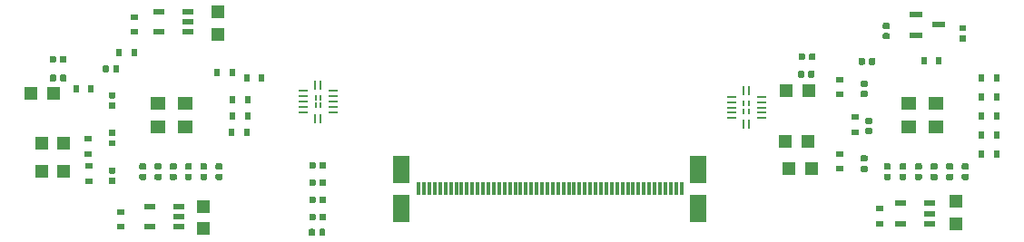
<source format=gbr>
G04 #@! TF.GenerationSoftware,KiCad,Pcbnew,5.0.2+dfsg1-1~bpo9+1*
G04 #@! TF.CreationDate,2019-09-26T17:33:24+02:00*
G04 #@! TF.ProjectId,OV9281,4f563932-3831-42e6-9b69-6361645f7063,rev?*
G04 #@! TF.SameCoordinates,Original*
G04 #@! TF.FileFunction,Paste,Top*
G04 #@! TF.FilePolarity,Positive*
%FSLAX46Y46*%
G04 Gerber Fmt 4.6, Leading zero omitted, Abs format (unit mm)*
G04 Created by KiCad (PCBNEW 5.0.2+dfsg1-1~bpo9+1) date Thu 26 Sep 2019 05:33:24 PM CEST*
%MOMM*%
%LPD*%
G01*
G04 APERTURE LIST*
%ADD10R,1.500000X2.500000*%
%ADD11R,0.300000X1.200000*%
%ADD12C,0.100000*%
%ADD13C,0.590000*%
%ADD14R,1.400000X1.200000*%
%ADD15R,1.000000X0.550000*%
%ADD16R,0.600000X0.800000*%
%ADD17R,0.800000X0.600000*%
%ADD18R,1.200000X1.200000*%
%ADD19R,0.250000X0.500000*%
%ADD20R,0.900000X0.240000*%
%ADD21R,0.240000X0.900000*%
%ADD22R,1.300000X0.600000*%
G04 APERTURE END LIST*
D10*
G04 #@! TO.C,J3*
X163850000Y-117550000D03*
X163850000Y-121250000D03*
X136150000Y-121250000D03*
X136150000Y-117550000D03*
D11*
X137750000Y-119400000D03*
X138250000Y-119400000D03*
X138750000Y-119400000D03*
X139250000Y-119400000D03*
X139750000Y-119400000D03*
X140250000Y-119400000D03*
X140750000Y-119400000D03*
X141250000Y-119400000D03*
X141750000Y-119400000D03*
X142250000Y-119400000D03*
X142750000Y-119400000D03*
X143250000Y-119400000D03*
X143750000Y-119400000D03*
X144250000Y-119400000D03*
X144750000Y-119400000D03*
X145250000Y-119400000D03*
X145750000Y-119400000D03*
X146250000Y-119400000D03*
X146750000Y-119400000D03*
X147250000Y-119400000D03*
X147750000Y-119400000D03*
X148250000Y-119400000D03*
X148750000Y-119400000D03*
X149250000Y-119400000D03*
X149750000Y-119400000D03*
X150250000Y-119400000D03*
X150750000Y-119400000D03*
X151250000Y-119400000D03*
X151750000Y-119400000D03*
X152250000Y-119400000D03*
X152750000Y-119400000D03*
X153250000Y-119400000D03*
X153750000Y-119400000D03*
X154250000Y-119400000D03*
X154750000Y-119400000D03*
X155250000Y-119400000D03*
X155750000Y-119400000D03*
X156250000Y-119400000D03*
X156750000Y-119400000D03*
X157250000Y-119400000D03*
X157750000Y-119400000D03*
X158250000Y-119400000D03*
X158750000Y-119400000D03*
X159250000Y-119400000D03*
X159750000Y-119400000D03*
X160250000Y-119400000D03*
X160750000Y-119400000D03*
X161250000Y-119400000D03*
X161750000Y-119400000D03*
X162250000Y-119400000D03*
G04 #@! TD*
D12*
G04 #@! TO.C,R21*
G36*
X109699458Y-107866710D02*
X109713776Y-107868834D01*
X109727817Y-107872351D01*
X109741446Y-107877228D01*
X109754531Y-107883417D01*
X109766947Y-107890858D01*
X109778573Y-107899481D01*
X109789298Y-107909202D01*
X109799019Y-107919927D01*
X109807642Y-107931553D01*
X109815083Y-107943969D01*
X109821272Y-107957054D01*
X109826149Y-107970683D01*
X109829666Y-107984724D01*
X109831790Y-107999042D01*
X109832500Y-108013500D01*
X109832500Y-108358500D01*
X109831790Y-108372958D01*
X109829666Y-108387276D01*
X109826149Y-108401317D01*
X109821272Y-108414946D01*
X109815083Y-108428031D01*
X109807642Y-108440447D01*
X109799019Y-108452073D01*
X109789298Y-108462798D01*
X109778573Y-108472519D01*
X109766947Y-108481142D01*
X109754531Y-108488583D01*
X109741446Y-108494772D01*
X109727817Y-108499649D01*
X109713776Y-108503166D01*
X109699458Y-108505290D01*
X109685000Y-108506000D01*
X109390000Y-108506000D01*
X109375542Y-108505290D01*
X109361224Y-108503166D01*
X109347183Y-108499649D01*
X109333554Y-108494772D01*
X109320469Y-108488583D01*
X109308053Y-108481142D01*
X109296427Y-108472519D01*
X109285702Y-108462798D01*
X109275981Y-108452073D01*
X109267358Y-108440447D01*
X109259917Y-108428031D01*
X109253728Y-108414946D01*
X109248851Y-108401317D01*
X109245334Y-108387276D01*
X109243210Y-108372958D01*
X109242500Y-108358500D01*
X109242500Y-108013500D01*
X109243210Y-107999042D01*
X109245334Y-107984724D01*
X109248851Y-107970683D01*
X109253728Y-107957054D01*
X109259917Y-107943969D01*
X109267358Y-107931553D01*
X109275981Y-107919927D01*
X109285702Y-107909202D01*
X109296427Y-107899481D01*
X109308053Y-107890858D01*
X109320469Y-107883417D01*
X109333554Y-107877228D01*
X109347183Y-107872351D01*
X109361224Y-107868834D01*
X109375542Y-107866710D01*
X109390000Y-107866000D01*
X109685000Y-107866000D01*
X109699458Y-107866710D01*
X109699458Y-107866710D01*
G37*
D13*
X109537500Y-108186000D03*
D12*
G36*
X108729458Y-107866710D02*
X108743776Y-107868834D01*
X108757817Y-107872351D01*
X108771446Y-107877228D01*
X108784531Y-107883417D01*
X108796947Y-107890858D01*
X108808573Y-107899481D01*
X108819298Y-107909202D01*
X108829019Y-107919927D01*
X108837642Y-107931553D01*
X108845083Y-107943969D01*
X108851272Y-107957054D01*
X108856149Y-107970683D01*
X108859666Y-107984724D01*
X108861790Y-107999042D01*
X108862500Y-108013500D01*
X108862500Y-108358500D01*
X108861790Y-108372958D01*
X108859666Y-108387276D01*
X108856149Y-108401317D01*
X108851272Y-108414946D01*
X108845083Y-108428031D01*
X108837642Y-108440447D01*
X108829019Y-108452073D01*
X108819298Y-108462798D01*
X108808573Y-108472519D01*
X108796947Y-108481142D01*
X108784531Y-108488583D01*
X108771446Y-108494772D01*
X108757817Y-108499649D01*
X108743776Y-108503166D01*
X108729458Y-108505290D01*
X108715000Y-108506000D01*
X108420000Y-108506000D01*
X108405542Y-108505290D01*
X108391224Y-108503166D01*
X108377183Y-108499649D01*
X108363554Y-108494772D01*
X108350469Y-108488583D01*
X108338053Y-108481142D01*
X108326427Y-108472519D01*
X108315702Y-108462798D01*
X108305981Y-108452073D01*
X108297358Y-108440447D01*
X108289917Y-108428031D01*
X108283728Y-108414946D01*
X108278851Y-108401317D01*
X108275334Y-108387276D01*
X108273210Y-108372958D01*
X108272500Y-108358500D01*
X108272500Y-108013500D01*
X108273210Y-107999042D01*
X108275334Y-107984724D01*
X108278851Y-107970683D01*
X108283728Y-107957054D01*
X108289917Y-107943969D01*
X108297358Y-107931553D01*
X108305981Y-107919927D01*
X108315702Y-107909202D01*
X108326427Y-107899481D01*
X108338053Y-107890858D01*
X108350469Y-107883417D01*
X108363554Y-107877228D01*
X108377183Y-107872351D01*
X108391224Y-107868834D01*
X108405542Y-107866710D01*
X108420000Y-107866000D01*
X108715000Y-107866000D01*
X108729458Y-107866710D01*
X108729458Y-107866710D01*
G37*
D13*
X108567500Y-108186000D03*
G04 #@! TD*
D12*
G04 #@! TO.C,R14*
G36*
X113623358Y-117000710D02*
X113637676Y-117002834D01*
X113651717Y-117006351D01*
X113665346Y-117011228D01*
X113678431Y-117017417D01*
X113690847Y-117024858D01*
X113702473Y-117033481D01*
X113713198Y-117043202D01*
X113722919Y-117053927D01*
X113731542Y-117065553D01*
X113738983Y-117077969D01*
X113745172Y-117091054D01*
X113750049Y-117104683D01*
X113753566Y-117118724D01*
X113755690Y-117133042D01*
X113756400Y-117147500D01*
X113756400Y-117442500D01*
X113755690Y-117456958D01*
X113753566Y-117471276D01*
X113750049Y-117485317D01*
X113745172Y-117498946D01*
X113738983Y-117512031D01*
X113731542Y-117524447D01*
X113722919Y-117536073D01*
X113713198Y-117546798D01*
X113702473Y-117556519D01*
X113690847Y-117565142D01*
X113678431Y-117572583D01*
X113665346Y-117578772D01*
X113651717Y-117583649D01*
X113637676Y-117587166D01*
X113623358Y-117589290D01*
X113608900Y-117590000D01*
X113263900Y-117590000D01*
X113249442Y-117589290D01*
X113235124Y-117587166D01*
X113221083Y-117583649D01*
X113207454Y-117578772D01*
X113194369Y-117572583D01*
X113181953Y-117565142D01*
X113170327Y-117556519D01*
X113159602Y-117546798D01*
X113149881Y-117536073D01*
X113141258Y-117524447D01*
X113133817Y-117512031D01*
X113127628Y-117498946D01*
X113122751Y-117485317D01*
X113119234Y-117471276D01*
X113117110Y-117456958D01*
X113116400Y-117442500D01*
X113116400Y-117147500D01*
X113117110Y-117133042D01*
X113119234Y-117118724D01*
X113122751Y-117104683D01*
X113127628Y-117091054D01*
X113133817Y-117077969D01*
X113141258Y-117065553D01*
X113149881Y-117053927D01*
X113159602Y-117043202D01*
X113170327Y-117033481D01*
X113181953Y-117024858D01*
X113194369Y-117017417D01*
X113207454Y-117011228D01*
X113221083Y-117006351D01*
X113235124Y-117002834D01*
X113249442Y-117000710D01*
X113263900Y-117000000D01*
X113608900Y-117000000D01*
X113623358Y-117000710D01*
X113623358Y-117000710D01*
G37*
D13*
X113436400Y-117295000D03*
D12*
G36*
X113623358Y-117970710D02*
X113637676Y-117972834D01*
X113651717Y-117976351D01*
X113665346Y-117981228D01*
X113678431Y-117987417D01*
X113690847Y-117994858D01*
X113702473Y-118003481D01*
X113713198Y-118013202D01*
X113722919Y-118023927D01*
X113731542Y-118035553D01*
X113738983Y-118047969D01*
X113745172Y-118061054D01*
X113750049Y-118074683D01*
X113753566Y-118088724D01*
X113755690Y-118103042D01*
X113756400Y-118117500D01*
X113756400Y-118412500D01*
X113755690Y-118426958D01*
X113753566Y-118441276D01*
X113750049Y-118455317D01*
X113745172Y-118468946D01*
X113738983Y-118482031D01*
X113731542Y-118494447D01*
X113722919Y-118506073D01*
X113713198Y-118516798D01*
X113702473Y-118526519D01*
X113690847Y-118535142D01*
X113678431Y-118542583D01*
X113665346Y-118548772D01*
X113651717Y-118553649D01*
X113637676Y-118557166D01*
X113623358Y-118559290D01*
X113608900Y-118560000D01*
X113263900Y-118560000D01*
X113249442Y-118559290D01*
X113235124Y-118557166D01*
X113221083Y-118553649D01*
X113207454Y-118548772D01*
X113194369Y-118542583D01*
X113181953Y-118535142D01*
X113170327Y-118526519D01*
X113159602Y-118516798D01*
X113149881Y-118506073D01*
X113141258Y-118494447D01*
X113133817Y-118482031D01*
X113127628Y-118468946D01*
X113122751Y-118455317D01*
X113119234Y-118441276D01*
X113117110Y-118426958D01*
X113116400Y-118412500D01*
X113116400Y-118117500D01*
X113117110Y-118103042D01*
X113119234Y-118088724D01*
X113122751Y-118074683D01*
X113127628Y-118061054D01*
X113133817Y-118047969D01*
X113141258Y-118035553D01*
X113149881Y-118023927D01*
X113159602Y-118013202D01*
X113170327Y-118003481D01*
X113181953Y-117994858D01*
X113194369Y-117987417D01*
X113207454Y-117981228D01*
X113221083Y-117976351D01*
X113235124Y-117972834D01*
X113249442Y-117970710D01*
X113263900Y-117970000D01*
X113608900Y-117970000D01*
X113623358Y-117970710D01*
X113623358Y-117970710D01*
G37*
D13*
X113436400Y-118265000D03*
G04 #@! TD*
D12*
G04 #@! TO.C,C16*
G36*
X187455682Y-117004710D02*
X187470000Y-117006834D01*
X187484041Y-117010351D01*
X187497670Y-117015228D01*
X187510755Y-117021417D01*
X187523171Y-117028858D01*
X187534797Y-117037481D01*
X187545522Y-117047202D01*
X187555243Y-117057927D01*
X187563866Y-117069553D01*
X187571307Y-117081969D01*
X187577496Y-117095054D01*
X187582373Y-117108683D01*
X187585890Y-117122724D01*
X187588014Y-117137042D01*
X187588724Y-117151500D01*
X187588724Y-117446500D01*
X187588014Y-117460958D01*
X187585890Y-117475276D01*
X187582373Y-117489317D01*
X187577496Y-117502946D01*
X187571307Y-117516031D01*
X187563866Y-117528447D01*
X187555243Y-117540073D01*
X187545522Y-117550798D01*
X187534797Y-117560519D01*
X187523171Y-117569142D01*
X187510755Y-117576583D01*
X187497670Y-117582772D01*
X187484041Y-117587649D01*
X187470000Y-117591166D01*
X187455682Y-117593290D01*
X187441224Y-117594000D01*
X187096224Y-117594000D01*
X187081766Y-117593290D01*
X187067448Y-117591166D01*
X187053407Y-117587649D01*
X187039778Y-117582772D01*
X187026693Y-117576583D01*
X187014277Y-117569142D01*
X187002651Y-117560519D01*
X186991926Y-117550798D01*
X186982205Y-117540073D01*
X186973582Y-117528447D01*
X186966141Y-117516031D01*
X186959952Y-117502946D01*
X186955075Y-117489317D01*
X186951558Y-117475276D01*
X186949434Y-117460958D01*
X186948724Y-117446500D01*
X186948724Y-117151500D01*
X186949434Y-117137042D01*
X186951558Y-117122724D01*
X186955075Y-117108683D01*
X186959952Y-117095054D01*
X186966141Y-117081969D01*
X186973582Y-117069553D01*
X186982205Y-117057927D01*
X186991926Y-117047202D01*
X187002651Y-117037481D01*
X187014277Y-117028858D01*
X187026693Y-117021417D01*
X187039778Y-117015228D01*
X187053407Y-117010351D01*
X187067448Y-117006834D01*
X187081766Y-117004710D01*
X187096224Y-117004000D01*
X187441224Y-117004000D01*
X187455682Y-117004710D01*
X187455682Y-117004710D01*
G37*
D13*
X187268724Y-117299000D03*
D12*
G36*
X187455682Y-117974710D02*
X187470000Y-117976834D01*
X187484041Y-117980351D01*
X187497670Y-117985228D01*
X187510755Y-117991417D01*
X187523171Y-117998858D01*
X187534797Y-118007481D01*
X187545522Y-118017202D01*
X187555243Y-118027927D01*
X187563866Y-118039553D01*
X187571307Y-118051969D01*
X187577496Y-118065054D01*
X187582373Y-118078683D01*
X187585890Y-118092724D01*
X187588014Y-118107042D01*
X187588724Y-118121500D01*
X187588724Y-118416500D01*
X187588014Y-118430958D01*
X187585890Y-118445276D01*
X187582373Y-118459317D01*
X187577496Y-118472946D01*
X187571307Y-118486031D01*
X187563866Y-118498447D01*
X187555243Y-118510073D01*
X187545522Y-118520798D01*
X187534797Y-118530519D01*
X187523171Y-118539142D01*
X187510755Y-118546583D01*
X187497670Y-118552772D01*
X187484041Y-118557649D01*
X187470000Y-118561166D01*
X187455682Y-118563290D01*
X187441224Y-118564000D01*
X187096224Y-118564000D01*
X187081766Y-118563290D01*
X187067448Y-118561166D01*
X187053407Y-118557649D01*
X187039778Y-118552772D01*
X187026693Y-118546583D01*
X187014277Y-118539142D01*
X187002651Y-118530519D01*
X186991926Y-118520798D01*
X186982205Y-118510073D01*
X186973582Y-118498447D01*
X186966141Y-118486031D01*
X186959952Y-118472946D01*
X186955075Y-118459317D01*
X186951558Y-118445276D01*
X186949434Y-118430958D01*
X186948724Y-118416500D01*
X186948724Y-118121500D01*
X186949434Y-118107042D01*
X186951558Y-118092724D01*
X186955075Y-118078683D01*
X186959952Y-118065054D01*
X186966141Y-118051969D01*
X186973582Y-118039553D01*
X186982205Y-118027927D01*
X186991926Y-118017202D01*
X187002651Y-118007481D01*
X187014277Y-117998858D01*
X187026693Y-117991417D01*
X187039778Y-117985228D01*
X187053407Y-117980351D01*
X187067448Y-117976834D01*
X187081766Y-117974710D01*
X187096224Y-117974000D01*
X187441224Y-117974000D01*
X187455682Y-117974710D01*
X187455682Y-117974710D01*
G37*
D13*
X187268724Y-118269000D03*
G04 #@! TD*
D14*
G04 #@! TO.C,Y2*
X113466664Y-111425700D03*
X113466664Y-113625700D03*
X116006664Y-111425700D03*
X116006664Y-113625700D03*
G04 #@! TD*
D15*
G04 #@! TO.C,IC2*
X113517797Y-104740280D03*
X113517797Y-102840280D03*
X116217797Y-104740280D03*
X116217797Y-103790280D03*
X116217797Y-102840280D03*
G04 #@! TD*
D16*
G04 #@! TO.C,C34*
X109790000Y-106680000D03*
X111190000Y-106680000D03*
G04 #@! TD*
D12*
G04 #@! TO.C,C15*
G36*
X179480483Y-109270710D02*
X179494801Y-109272834D01*
X179508842Y-109276351D01*
X179522471Y-109281228D01*
X179535556Y-109287417D01*
X179547972Y-109294858D01*
X179559598Y-109303481D01*
X179570323Y-109313202D01*
X179580044Y-109323927D01*
X179588667Y-109335553D01*
X179596108Y-109347969D01*
X179602297Y-109361054D01*
X179607174Y-109374683D01*
X179610691Y-109388724D01*
X179612815Y-109403042D01*
X179613525Y-109417500D01*
X179613525Y-109712500D01*
X179612815Y-109726958D01*
X179610691Y-109741276D01*
X179607174Y-109755317D01*
X179602297Y-109768946D01*
X179596108Y-109782031D01*
X179588667Y-109794447D01*
X179580044Y-109806073D01*
X179570323Y-109816798D01*
X179559598Y-109826519D01*
X179547972Y-109835142D01*
X179535556Y-109842583D01*
X179522471Y-109848772D01*
X179508842Y-109853649D01*
X179494801Y-109857166D01*
X179480483Y-109859290D01*
X179466025Y-109860000D01*
X179121025Y-109860000D01*
X179106567Y-109859290D01*
X179092249Y-109857166D01*
X179078208Y-109853649D01*
X179064579Y-109848772D01*
X179051494Y-109842583D01*
X179039078Y-109835142D01*
X179027452Y-109826519D01*
X179016727Y-109816798D01*
X179007006Y-109806073D01*
X178998383Y-109794447D01*
X178990942Y-109782031D01*
X178984753Y-109768946D01*
X178979876Y-109755317D01*
X178976359Y-109741276D01*
X178974235Y-109726958D01*
X178973525Y-109712500D01*
X178973525Y-109417500D01*
X178974235Y-109403042D01*
X178976359Y-109388724D01*
X178979876Y-109374683D01*
X178984753Y-109361054D01*
X178990942Y-109347969D01*
X178998383Y-109335553D01*
X179007006Y-109323927D01*
X179016727Y-109313202D01*
X179027452Y-109303481D01*
X179039078Y-109294858D01*
X179051494Y-109287417D01*
X179064579Y-109281228D01*
X179078208Y-109276351D01*
X179092249Y-109272834D01*
X179106567Y-109270710D01*
X179121025Y-109270000D01*
X179466025Y-109270000D01*
X179480483Y-109270710D01*
X179480483Y-109270710D01*
G37*
D13*
X179293525Y-109565000D03*
D12*
G36*
X179480483Y-110240710D02*
X179494801Y-110242834D01*
X179508842Y-110246351D01*
X179522471Y-110251228D01*
X179535556Y-110257417D01*
X179547972Y-110264858D01*
X179559598Y-110273481D01*
X179570323Y-110283202D01*
X179580044Y-110293927D01*
X179588667Y-110305553D01*
X179596108Y-110317969D01*
X179602297Y-110331054D01*
X179607174Y-110344683D01*
X179610691Y-110358724D01*
X179612815Y-110373042D01*
X179613525Y-110387500D01*
X179613525Y-110682500D01*
X179612815Y-110696958D01*
X179610691Y-110711276D01*
X179607174Y-110725317D01*
X179602297Y-110738946D01*
X179596108Y-110752031D01*
X179588667Y-110764447D01*
X179580044Y-110776073D01*
X179570323Y-110786798D01*
X179559598Y-110796519D01*
X179547972Y-110805142D01*
X179535556Y-110812583D01*
X179522471Y-110818772D01*
X179508842Y-110823649D01*
X179494801Y-110827166D01*
X179480483Y-110829290D01*
X179466025Y-110830000D01*
X179121025Y-110830000D01*
X179106567Y-110829290D01*
X179092249Y-110827166D01*
X179078208Y-110823649D01*
X179064579Y-110818772D01*
X179051494Y-110812583D01*
X179039078Y-110805142D01*
X179027452Y-110796519D01*
X179016727Y-110786798D01*
X179007006Y-110776073D01*
X178998383Y-110764447D01*
X178990942Y-110752031D01*
X178984753Y-110738946D01*
X178979876Y-110725317D01*
X178976359Y-110711276D01*
X178974235Y-110696958D01*
X178973525Y-110682500D01*
X178973525Y-110387500D01*
X178974235Y-110373042D01*
X178976359Y-110358724D01*
X178979876Y-110344683D01*
X178984753Y-110331054D01*
X178990942Y-110317969D01*
X178998383Y-110305553D01*
X179007006Y-110293927D01*
X179016727Y-110283202D01*
X179027452Y-110273481D01*
X179039078Y-110264858D01*
X179051494Y-110257417D01*
X179064579Y-110251228D01*
X179078208Y-110246351D01*
X179092249Y-110242834D01*
X179106567Y-110240710D01*
X179121025Y-110240000D01*
X179466025Y-110240000D01*
X179480483Y-110240710D01*
X179480483Y-110240710D01*
G37*
D13*
X179293525Y-110535000D03*
G04 #@! TD*
D12*
G04 #@! TO.C,C14*
G36*
X179480483Y-117230448D02*
X179494801Y-117232572D01*
X179508842Y-117236089D01*
X179522471Y-117240966D01*
X179535556Y-117247155D01*
X179547972Y-117254596D01*
X179559598Y-117263219D01*
X179570323Y-117272940D01*
X179580044Y-117283665D01*
X179588667Y-117295291D01*
X179596108Y-117307707D01*
X179602297Y-117320792D01*
X179607174Y-117334421D01*
X179610691Y-117348462D01*
X179612815Y-117362780D01*
X179613525Y-117377238D01*
X179613525Y-117672238D01*
X179612815Y-117686696D01*
X179610691Y-117701014D01*
X179607174Y-117715055D01*
X179602297Y-117728684D01*
X179596108Y-117741769D01*
X179588667Y-117754185D01*
X179580044Y-117765811D01*
X179570323Y-117776536D01*
X179559598Y-117786257D01*
X179547972Y-117794880D01*
X179535556Y-117802321D01*
X179522471Y-117808510D01*
X179508842Y-117813387D01*
X179494801Y-117816904D01*
X179480483Y-117819028D01*
X179466025Y-117819738D01*
X179121025Y-117819738D01*
X179106567Y-117819028D01*
X179092249Y-117816904D01*
X179078208Y-117813387D01*
X179064579Y-117808510D01*
X179051494Y-117802321D01*
X179039078Y-117794880D01*
X179027452Y-117786257D01*
X179016727Y-117776536D01*
X179007006Y-117765811D01*
X178998383Y-117754185D01*
X178990942Y-117741769D01*
X178984753Y-117728684D01*
X178979876Y-117715055D01*
X178976359Y-117701014D01*
X178974235Y-117686696D01*
X178973525Y-117672238D01*
X178973525Y-117377238D01*
X178974235Y-117362780D01*
X178976359Y-117348462D01*
X178979876Y-117334421D01*
X178984753Y-117320792D01*
X178990942Y-117307707D01*
X178998383Y-117295291D01*
X179007006Y-117283665D01*
X179016727Y-117272940D01*
X179027452Y-117263219D01*
X179039078Y-117254596D01*
X179051494Y-117247155D01*
X179064579Y-117240966D01*
X179078208Y-117236089D01*
X179092249Y-117232572D01*
X179106567Y-117230448D01*
X179121025Y-117229738D01*
X179466025Y-117229738D01*
X179480483Y-117230448D01*
X179480483Y-117230448D01*
G37*
D13*
X179293525Y-117524738D03*
D12*
G36*
X179480483Y-116260448D02*
X179494801Y-116262572D01*
X179508842Y-116266089D01*
X179522471Y-116270966D01*
X179535556Y-116277155D01*
X179547972Y-116284596D01*
X179559598Y-116293219D01*
X179570323Y-116302940D01*
X179580044Y-116313665D01*
X179588667Y-116325291D01*
X179596108Y-116337707D01*
X179602297Y-116350792D01*
X179607174Y-116364421D01*
X179610691Y-116378462D01*
X179612815Y-116392780D01*
X179613525Y-116407238D01*
X179613525Y-116702238D01*
X179612815Y-116716696D01*
X179610691Y-116731014D01*
X179607174Y-116745055D01*
X179602297Y-116758684D01*
X179596108Y-116771769D01*
X179588667Y-116784185D01*
X179580044Y-116795811D01*
X179570323Y-116806536D01*
X179559598Y-116816257D01*
X179547972Y-116824880D01*
X179535556Y-116832321D01*
X179522471Y-116838510D01*
X179508842Y-116843387D01*
X179494801Y-116846904D01*
X179480483Y-116849028D01*
X179466025Y-116849738D01*
X179121025Y-116849738D01*
X179106567Y-116849028D01*
X179092249Y-116846904D01*
X179078208Y-116843387D01*
X179064579Y-116838510D01*
X179051494Y-116832321D01*
X179039078Y-116824880D01*
X179027452Y-116816257D01*
X179016727Y-116806536D01*
X179007006Y-116795811D01*
X178998383Y-116784185D01*
X178990942Y-116771769D01*
X178984753Y-116758684D01*
X178979876Y-116745055D01*
X178976359Y-116731014D01*
X178974235Y-116716696D01*
X178973525Y-116702238D01*
X178973525Y-116407238D01*
X178974235Y-116392780D01*
X178976359Y-116378462D01*
X178979876Y-116364421D01*
X178984753Y-116350792D01*
X178990942Y-116337707D01*
X178998383Y-116325291D01*
X179007006Y-116313665D01*
X179016727Y-116302940D01*
X179027452Y-116293219D01*
X179039078Y-116284596D01*
X179051494Y-116277155D01*
X179064579Y-116270966D01*
X179078208Y-116266089D01*
X179092249Y-116262572D01*
X179106567Y-116260448D01*
X179121025Y-116259738D01*
X179466025Y-116259738D01*
X179480483Y-116260448D01*
X179480483Y-116260448D01*
G37*
D13*
X179293525Y-116554738D03*
G04 #@! TD*
D12*
G04 #@! TO.C,C23*
G36*
X115045758Y-117970710D02*
X115060076Y-117972834D01*
X115074117Y-117976351D01*
X115087746Y-117981228D01*
X115100831Y-117987417D01*
X115113247Y-117994858D01*
X115124873Y-118003481D01*
X115135598Y-118013202D01*
X115145319Y-118023927D01*
X115153942Y-118035553D01*
X115161383Y-118047969D01*
X115167572Y-118061054D01*
X115172449Y-118074683D01*
X115175966Y-118088724D01*
X115178090Y-118103042D01*
X115178800Y-118117500D01*
X115178800Y-118412500D01*
X115178090Y-118426958D01*
X115175966Y-118441276D01*
X115172449Y-118455317D01*
X115167572Y-118468946D01*
X115161383Y-118482031D01*
X115153942Y-118494447D01*
X115145319Y-118506073D01*
X115135598Y-118516798D01*
X115124873Y-118526519D01*
X115113247Y-118535142D01*
X115100831Y-118542583D01*
X115087746Y-118548772D01*
X115074117Y-118553649D01*
X115060076Y-118557166D01*
X115045758Y-118559290D01*
X115031300Y-118560000D01*
X114686300Y-118560000D01*
X114671842Y-118559290D01*
X114657524Y-118557166D01*
X114643483Y-118553649D01*
X114629854Y-118548772D01*
X114616769Y-118542583D01*
X114604353Y-118535142D01*
X114592727Y-118526519D01*
X114582002Y-118516798D01*
X114572281Y-118506073D01*
X114563658Y-118494447D01*
X114556217Y-118482031D01*
X114550028Y-118468946D01*
X114545151Y-118455317D01*
X114541634Y-118441276D01*
X114539510Y-118426958D01*
X114538800Y-118412500D01*
X114538800Y-118117500D01*
X114539510Y-118103042D01*
X114541634Y-118088724D01*
X114545151Y-118074683D01*
X114550028Y-118061054D01*
X114556217Y-118047969D01*
X114563658Y-118035553D01*
X114572281Y-118023927D01*
X114582002Y-118013202D01*
X114592727Y-118003481D01*
X114604353Y-117994858D01*
X114616769Y-117987417D01*
X114629854Y-117981228D01*
X114643483Y-117976351D01*
X114657524Y-117972834D01*
X114671842Y-117970710D01*
X114686300Y-117970000D01*
X115031300Y-117970000D01*
X115045758Y-117970710D01*
X115045758Y-117970710D01*
G37*
D13*
X114858800Y-118265000D03*
D12*
G36*
X115045758Y-117000710D02*
X115060076Y-117002834D01*
X115074117Y-117006351D01*
X115087746Y-117011228D01*
X115100831Y-117017417D01*
X115113247Y-117024858D01*
X115124873Y-117033481D01*
X115135598Y-117043202D01*
X115145319Y-117053927D01*
X115153942Y-117065553D01*
X115161383Y-117077969D01*
X115167572Y-117091054D01*
X115172449Y-117104683D01*
X115175966Y-117118724D01*
X115178090Y-117133042D01*
X115178800Y-117147500D01*
X115178800Y-117442500D01*
X115178090Y-117456958D01*
X115175966Y-117471276D01*
X115172449Y-117485317D01*
X115167572Y-117498946D01*
X115161383Y-117512031D01*
X115153942Y-117524447D01*
X115145319Y-117536073D01*
X115135598Y-117546798D01*
X115124873Y-117556519D01*
X115113247Y-117565142D01*
X115100831Y-117572583D01*
X115087746Y-117578772D01*
X115074117Y-117583649D01*
X115060076Y-117587166D01*
X115045758Y-117589290D01*
X115031300Y-117590000D01*
X114686300Y-117590000D01*
X114671842Y-117589290D01*
X114657524Y-117587166D01*
X114643483Y-117583649D01*
X114629854Y-117578772D01*
X114616769Y-117572583D01*
X114604353Y-117565142D01*
X114592727Y-117556519D01*
X114582002Y-117546798D01*
X114572281Y-117536073D01*
X114563658Y-117524447D01*
X114556217Y-117512031D01*
X114550028Y-117498946D01*
X114545151Y-117485317D01*
X114541634Y-117471276D01*
X114539510Y-117456958D01*
X114538800Y-117442500D01*
X114538800Y-117147500D01*
X114539510Y-117133042D01*
X114541634Y-117118724D01*
X114545151Y-117104683D01*
X114550028Y-117091054D01*
X114556217Y-117077969D01*
X114563658Y-117065553D01*
X114572281Y-117053927D01*
X114582002Y-117043202D01*
X114592727Y-117033481D01*
X114604353Y-117024858D01*
X114616769Y-117017417D01*
X114629854Y-117011228D01*
X114643483Y-117006351D01*
X114657524Y-117002834D01*
X114671842Y-117000710D01*
X114686300Y-117000000D01*
X115031300Y-117000000D01*
X115045758Y-117000710D01*
X115045758Y-117000710D01*
G37*
D13*
X114858800Y-117295000D03*
G04 #@! TD*
D12*
G04 #@! TO.C,C17*
G36*
X186002408Y-117974710D02*
X186016726Y-117976834D01*
X186030767Y-117980351D01*
X186044396Y-117985228D01*
X186057481Y-117991417D01*
X186069897Y-117998858D01*
X186081523Y-118007481D01*
X186092248Y-118017202D01*
X186101969Y-118027927D01*
X186110592Y-118039553D01*
X186118033Y-118051969D01*
X186124222Y-118065054D01*
X186129099Y-118078683D01*
X186132616Y-118092724D01*
X186134740Y-118107042D01*
X186135450Y-118121500D01*
X186135450Y-118416500D01*
X186134740Y-118430958D01*
X186132616Y-118445276D01*
X186129099Y-118459317D01*
X186124222Y-118472946D01*
X186118033Y-118486031D01*
X186110592Y-118498447D01*
X186101969Y-118510073D01*
X186092248Y-118520798D01*
X186081523Y-118530519D01*
X186069897Y-118539142D01*
X186057481Y-118546583D01*
X186044396Y-118552772D01*
X186030767Y-118557649D01*
X186016726Y-118561166D01*
X186002408Y-118563290D01*
X185987950Y-118564000D01*
X185642950Y-118564000D01*
X185628492Y-118563290D01*
X185614174Y-118561166D01*
X185600133Y-118557649D01*
X185586504Y-118552772D01*
X185573419Y-118546583D01*
X185561003Y-118539142D01*
X185549377Y-118530519D01*
X185538652Y-118520798D01*
X185528931Y-118510073D01*
X185520308Y-118498447D01*
X185512867Y-118486031D01*
X185506678Y-118472946D01*
X185501801Y-118459317D01*
X185498284Y-118445276D01*
X185496160Y-118430958D01*
X185495450Y-118416500D01*
X185495450Y-118121500D01*
X185496160Y-118107042D01*
X185498284Y-118092724D01*
X185501801Y-118078683D01*
X185506678Y-118065054D01*
X185512867Y-118051969D01*
X185520308Y-118039553D01*
X185528931Y-118027927D01*
X185538652Y-118017202D01*
X185549377Y-118007481D01*
X185561003Y-117998858D01*
X185573419Y-117991417D01*
X185586504Y-117985228D01*
X185600133Y-117980351D01*
X185614174Y-117976834D01*
X185628492Y-117974710D01*
X185642950Y-117974000D01*
X185987950Y-117974000D01*
X186002408Y-117974710D01*
X186002408Y-117974710D01*
G37*
D13*
X185815450Y-118269000D03*
D12*
G36*
X186002408Y-117004710D02*
X186016726Y-117006834D01*
X186030767Y-117010351D01*
X186044396Y-117015228D01*
X186057481Y-117021417D01*
X186069897Y-117028858D01*
X186081523Y-117037481D01*
X186092248Y-117047202D01*
X186101969Y-117057927D01*
X186110592Y-117069553D01*
X186118033Y-117081969D01*
X186124222Y-117095054D01*
X186129099Y-117108683D01*
X186132616Y-117122724D01*
X186134740Y-117137042D01*
X186135450Y-117151500D01*
X186135450Y-117446500D01*
X186134740Y-117460958D01*
X186132616Y-117475276D01*
X186129099Y-117489317D01*
X186124222Y-117502946D01*
X186118033Y-117516031D01*
X186110592Y-117528447D01*
X186101969Y-117540073D01*
X186092248Y-117550798D01*
X186081523Y-117560519D01*
X186069897Y-117569142D01*
X186057481Y-117576583D01*
X186044396Y-117582772D01*
X186030767Y-117587649D01*
X186016726Y-117591166D01*
X186002408Y-117593290D01*
X185987950Y-117594000D01*
X185642950Y-117594000D01*
X185628492Y-117593290D01*
X185614174Y-117591166D01*
X185600133Y-117587649D01*
X185586504Y-117582772D01*
X185573419Y-117576583D01*
X185561003Y-117569142D01*
X185549377Y-117560519D01*
X185538652Y-117550798D01*
X185528931Y-117540073D01*
X185520308Y-117528447D01*
X185512867Y-117516031D01*
X185506678Y-117502946D01*
X185501801Y-117489317D01*
X185498284Y-117475276D01*
X185496160Y-117460958D01*
X185495450Y-117446500D01*
X185495450Y-117151500D01*
X185496160Y-117137042D01*
X185498284Y-117122724D01*
X185501801Y-117108683D01*
X185506678Y-117095054D01*
X185512867Y-117081969D01*
X185520308Y-117069553D01*
X185528931Y-117057927D01*
X185538652Y-117047202D01*
X185549377Y-117037481D01*
X185561003Y-117028858D01*
X185573419Y-117021417D01*
X185586504Y-117015228D01*
X185600133Y-117010351D01*
X185614174Y-117006834D01*
X185628492Y-117004710D01*
X185642950Y-117004000D01*
X185987950Y-117004000D01*
X186002408Y-117004710D01*
X186002408Y-117004710D01*
G37*
D13*
X185815450Y-117299000D03*
G04 #@! TD*
D12*
G04 #@! TO.C,C29*
G36*
X109336958Y-118350710D02*
X109351276Y-118352834D01*
X109365317Y-118356351D01*
X109378946Y-118361228D01*
X109392031Y-118367417D01*
X109404447Y-118374858D01*
X109416073Y-118383481D01*
X109426798Y-118393202D01*
X109436519Y-118403927D01*
X109445142Y-118415553D01*
X109452583Y-118427969D01*
X109458772Y-118441054D01*
X109463649Y-118454683D01*
X109467166Y-118468724D01*
X109469290Y-118483042D01*
X109470000Y-118497500D01*
X109470000Y-118792500D01*
X109469290Y-118806958D01*
X109467166Y-118821276D01*
X109463649Y-118835317D01*
X109458772Y-118848946D01*
X109452583Y-118862031D01*
X109445142Y-118874447D01*
X109436519Y-118886073D01*
X109426798Y-118896798D01*
X109416073Y-118906519D01*
X109404447Y-118915142D01*
X109392031Y-118922583D01*
X109378946Y-118928772D01*
X109365317Y-118933649D01*
X109351276Y-118937166D01*
X109336958Y-118939290D01*
X109322500Y-118940000D01*
X108977500Y-118940000D01*
X108963042Y-118939290D01*
X108948724Y-118937166D01*
X108934683Y-118933649D01*
X108921054Y-118928772D01*
X108907969Y-118922583D01*
X108895553Y-118915142D01*
X108883927Y-118906519D01*
X108873202Y-118896798D01*
X108863481Y-118886073D01*
X108854858Y-118874447D01*
X108847417Y-118862031D01*
X108841228Y-118848946D01*
X108836351Y-118835317D01*
X108832834Y-118821276D01*
X108830710Y-118806958D01*
X108830000Y-118792500D01*
X108830000Y-118497500D01*
X108830710Y-118483042D01*
X108832834Y-118468724D01*
X108836351Y-118454683D01*
X108841228Y-118441054D01*
X108847417Y-118427969D01*
X108854858Y-118415553D01*
X108863481Y-118403927D01*
X108873202Y-118393202D01*
X108883927Y-118383481D01*
X108895553Y-118374858D01*
X108907969Y-118367417D01*
X108921054Y-118361228D01*
X108934683Y-118356351D01*
X108948724Y-118352834D01*
X108963042Y-118350710D01*
X108977500Y-118350000D01*
X109322500Y-118350000D01*
X109336958Y-118350710D01*
X109336958Y-118350710D01*
G37*
D13*
X109150000Y-118645000D03*
D12*
G36*
X109336958Y-117380710D02*
X109351276Y-117382834D01*
X109365317Y-117386351D01*
X109378946Y-117391228D01*
X109392031Y-117397417D01*
X109404447Y-117404858D01*
X109416073Y-117413481D01*
X109426798Y-117423202D01*
X109436519Y-117433927D01*
X109445142Y-117445553D01*
X109452583Y-117457969D01*
X109458772Y-117471054D01*
X109463649Y-117484683D01*
X109467166Y-117498724D01*
X109469290Y-117513042D01*
X109470000Y-117527500D01*
X109470000Y-117822500D01*
X109469290Y-117836958D01*
X109467166Y-117851276D01*
X109463649Y-117865317D01*
X109458772Y-117878946D01*
X109452583Y-117892031D01*
X109445142Y-117904447D01*
X109436519Y-117916073D01*
X109426798Y-117926798D01*
X109416073Y-117936519D01*
X109404447Y-117945142D01*
X109392031Y-117952583D01*
X109378946Y-117958772D01*
X109365317Y-117963649D01*
X109351276Y-117967166D01*
X109336958Y-117969290D01*
X109322500Y-117970000D01*
X108977500Y-117970000D01*
X108963042Y-117969290D01*
X108948724Y-117967166D01*
X108934683Y-117963649D01*
X108921054Y-117958772D01*
X108907969Y-117952583D01*
X108895553Y-117945142D01*
X108883927Y-117936519D01*
X108873202Y-117926798D01*
X108863481Y-117916073D01*
X108854858Y-117904447D01*
X108847417Y-117892031D01*
X108841228Y-117878946D01*
X108836351Y-117865317D01*
X108832834Y-117851276D01*
X108830710Y-117836958D01*
X108830000Y-117822500D01*
X108830000Y-117527500D01*
X108830710Y-117513042D01*
X108832834Y-117498724D01*
X108836351Y-117484683D01*
X108841228Y-117471054D01*
X108847417Y-117457969D01*
X108854858Y-117445553D01*
X108863481Y-117433927D01*
X108873202Y-117423202D01*
X108883927Y-117413481D01*
X108895553Y-117404858D01*
X108907969Y-117397417D01*
X108921054Y-117391228D01*
X108934683Y-117386351D01*
X108948724Y-117382834D01*
X108963042Y-117380710D01*
X108977500Y-117380000D01*
X109322500Y-117380000D01*
X109336958Y-117380710D01*
X109336958Y-117380710D01*
G37*
D13*
X109150000Y-117675000D03*
G04 #@! TD*
D12*
G04 #@! TO.C,C30*
G36*
X109336958Y-110350710D02*
X109351276Y-110352834D01*
X109365317Y-110356351D01*
X109378946Y-110361228D01*
X109392031Y-110367417D01*
X109404447Y-110374858D01*
X109416073Y-110383481D01*
X109426798Y-110393202D01*
X109436519Y-110403927D01*
X109445142Y-110415553D01*
X109452583Y-110427969D01*
X109458772Y-110441054D01*
X109463649Y-110454683D01*
X109467166Y-110468724D01*
X109469290Y-110483042D01*
X109470000Y-110497500D01*
X109470000Y-110792500D01*
X109469290Y-110806958D01*
X109467166Y-110821276D01*
X109463649Y-110835317D01*
X109458772Y-110848946D01*
X109452583Y-110862031D01*
X109445142Y-110874447D01*
X109436519Y-110886073D01*
X109426798Y-110896798D01*
X109416073Y-110906519D01*
X109404447Y-110915142D01*
X109392031Y-110922583D01*
X109378946Y-110928772D01*
X109365317Y-110933649D01*
X109351276Y-110937166D01*
X109336958Y-110939290D01*
X109322500Y-110940000D01*
X108977500Y-110940000D01*
X108963042Y-110939290D01*
X108948724Y-110937166D01*
X108934683Y-110933649D01*
X108921054Y-110928772D01*
X108907969Y-110922583D01*
X108895553Y-110915142D01*
X108883927Y-110906519D01*
X108873202Y-110896798D01*
X108863481Y-110886073D01*
X108854858Y-110874447D01*
X108847417Y-110862031D01*
X108841228Y-110848946D01*
X108836351Y-110835317D01*
X108832834Y-110821276D01*
X108830710Y-110806958D01*
X108830000Y-110792500D01*
X108830000Y-110497500D01*
X108830710Y-110483042D01*
X108832834Y-110468724D01*
X108836351Y-110454683D01*
X108841228Y-110441054D01*
X108847417Y-110427969D01*
X108854858Y-110415553D01*
X108863481Y-110403927D01*
X108873202Y-110393202D01*
X108883927Y-110383481D01*
X108895553Y-110374858D01*
X108907969Y-110367417D01*
X108921054Y-110361228D01*
X108934683Y-110356351D01*
X108948724Y-110352834D01*
X108963042Y-110350710D01*
X108977500Y-110350000D01*
X109322500Y-110350000D01*
X109336958Y-110350710D01*
X109336958Y-110350710D01*
G37*
D13*
X109150000Y-110645000D03*
D12*
G36*
X109336958Y-111320710D02*
X109351276Y-111322834D01*
X109365317Y-111326351D01*
X109378946Y-111331228D01*
X109392031Y-111337417D01*
X109404447Y-111344858D01*
X109416073Y-111353481D01*
X109426798Y-111363202D01*
X109436519Y-111373927D01*
X109445142Y-111385553D01*
X109452583Y-111397969D01*
X109458772Y-111411054D01*
X109463649Y-111424683D01*
X109467166Y-111438724D01*
X109469290Y-111453042D01*
X109470000Y-111467500D01*
X109470000Y-111762500D01*
X109469290Y-111776958D01*
X109467166Y-111791276D01*
X109463649Y-111805317D01*
X109458772Y-111818946D01*
X109452583Y-111832031D01*
X109445142Y-111844447D01*
X109436519Y-111856073D01*
X109426798Y-111866798D01*
X109416073Y-111876519D01*
X109404447Y-111885142D01*
X109392031Y-111892583D01*
X109378946Y-111898772D01*
X109365317Y-111903649D01*
X109351276Y-111907166D01*
X109336958Y-111909290D01*
X109322500Y-111910000D01*
X108977500Y-111910000D01*
X108963042Y-111909290D01*
X108948724Y-111907166D01*
X108934683Y-111903649D01*
X108921054Y-111898772D01*
X108907969Y-111892583D01*
X108895553Y-111885142D01*
X108883927Y-111876519D01*
X108873202Y-111866798D01*
X108863481Y-111856073D01*
X108854858Y-111844447D01*
X108847417Y-111832031D01*
X108841228Y-111818946D01*
X108836351Y-111805317D01*
X108832834Y-111791276D01*
X108830710Y-111776958D01*
X108830000Y-111762500D01*
X108830000Y-111467500D01*
X108830710Y-111453042D01*
X108832834Y-111438724D01*
X108836351Y-111424683D01*
X108841228Y-111411054D01*
X108847417Y-111397969D01*
X108854858Y-111385553D01*
X108863481Y-111373927D01*
X108873202Y-111363202D01*
X108883927Y-111353481D01*
X108895553Y-111344858D01*
X108907969Y-111337417D01*
X108921054Y-111331228D01*
X108934683Y-111326351D01*
X108948724Y-111322834D01*
X108963042Y-111320710D01*
X108977500Y-111320000D01*
X109322500Y-111320000D01*
X109336958Y-111320710D01*
X109336958Y-111320710D01*
G37*
D13*
X109150000Y-111615000D03*
G04 #@! TD*
D12*
G04 #@! TO.C,C20*
G36*
X179911958Y-113690710D02*
X179926276Y-113692834D01*
X179940317Y-113696351D01*
X179953946Y-113701228D01*
X179967031Y-113707417D01*
X179979447Y-113714858D01*
X179991073Y-113723481D01*
X180001798Y-113733202D01*
X180011519Y-113743927D01*
X180020142Y-113755553D01*
X180027583Y-113767969D01*
X180033772Y-113781054D01*
X180038649Y-113794683D01*
X180042166Y-113808724D01*
X180044290Y-113823042D01*
X180045000Y-113837500D01*
X180045000Y-114132500D01*
X180044290Y-114146958D01*
X180042166Y-114161276D01*
X180038649Y-114175317D01*
X180033772Y-114188946D01*
X180027583Y-114202031D01*
X180020142Y-114214447D01*
X180011519Y-114226073D01*
X180001798Y-114236798D01*
X179991073Y-114246519D01*
X179979447Y-114255142D01*
X179967031Y-114262583D01*
X179953946Y-114268772D01*
X179940317Y-114273649D01*
X179926276Y-114277166D01*
X179911958Y-114279290D01*
X179897500Y-114280000D01*
X179552500Y-114280000D01*
X179538042Y-114279290D01*
X179523724Y-114277166D01*
X179509683Y-114273649D01*
X179496054Y-114268772D01*
X179482969Y-114262583D01*
X179470553Y-114255142D01*
X179458927Y-114246519D01*
X179448202Y-114236798D01*
X179438481Y-114226073D01*
X179429858Y-114214447D01*
X179422417Y-114202031D01*
X179416228Y-114188946D01*
X179411351Y-114175317D01*
X179407834Y-114161276D01*
X179405710Y-114146958D01*
X179405000Y-114132500D01*
X179405000Y-113837500D01*
X179405710Y-113823042D01*
X179407834Y-113808724D01*
X179411351Y-113794683D01*
X179416228Y-113781054D01*
X179422417Y-113767969D01*
X179429858Y-113755553D01*
X179438481Y-113743927D01*
X179448202Y-113733202D01*
X179458927Y-113723481D01*
X179470553Y-113714858D01*
X179482969Y-113707417D01*
X179496054Y-113701228D01*
X179509683Y-113696351D01*
X179523724Y-113692834D01*
X179538042Y-113690710D01*
X179552500Y-113690000D01*
X179897500Y-113690000D01*
X179911958Y-113690710D01*
X179911958Y-113690710D01*
G37*
D13*
X179725000Y-113985000D03*
D12*
G36*
X179911958Y-112720710D02*
X179926276Y-112722834D01*
X179940317Y-112726351D01*
X179953946Y-112731228D01*
X179967031Y-112737417D01*
X179979447Y-112744858D01*
X179991073Y-112753481D01*
X180001798Y-112763202D01*
X180011519Y-112773927D01*
X180020142Y-112785553D01*
X180027583Y-112797969D01*
X180033772Y-112811054D01*
X180038649Y-112824683D01*
X180042166Y-112838724D01*
X180044290Y-112853042D01*
X180045000Y-112867500D01*
X180045000Y-113162500D01*
X180044290Y-113176958D01*
X180042166Y-113191276D01*
X180038649Y-113205317D01*
X180033772Y-113218946D01*
X180027583Y-113232031D01*
X180020142Y-113244447D01*
X180011519Y-113256073D01*
X180001798Y-113266798D01*
X179991073Y-113276519D01*
X179979447Y-113285142D01*
X179967031Y-113292583D01*
X179953946Y-113298772D01*
X179940317Y-113303649D01*
X179926276Y-113307166D01*
X179911958Y-113309290D01*
X179897500Y-113310000D01*
X179552500Y-113310000D01*
X179538042Y-113309290D01*
X179523724Y-113307166D01*
X179509683Y-113303649D01*
X179496054Y-113298772D01*
X179482969Y-113292583D01*
X179470553Y-113285142D01*
X179458927Y-113276519D01*
X179448202Y-113266798D01*
X179438481Y-113256073D01*
X179429858Y-113244447D01*
X179422417Y-113232031D01*
X179416228Y-113218946D01*
X179411351Y-113205317D01*
X179407834Y-113191276D01*
X179405710Y-113176958D01*
X179405000Y-113162500D01*
X179405000Y-112867500D01*
X179405710Y-112853042D01*
X179407834Y-112838724D01*
X179411351Y-112824683D01*
X179416228Y-112811054D01*
X179422417Y-112797969D01*
X179429858Y-112785553D01*
X179438481Y-112773927D01*
X179448202Y-112763202D01*
X179458927Y-112753481D01*
X179470553Y-112744858D01*
X179482969Y-112737417D01*
X179496054Y-112731228D01*
X179509683Y-112726351D01*
X179523724Y-112722834D01*
X179538042Y-112720710D01*
X179552500Y-112720000D01*
X179897500Y-112720000D01*
X179911958Y-112720710D01*
X179911958Y-112720710D01*
G37*
D13*
X179725000Y-113015000D03*
G04 #@! TD*
D12*
G04 #@! TO.C,C31*
G36*
X117890558Y-117970710D02*
X117904876Y-117972834D01*
X117918917Y-117976351D01*
X117932546Y-117981228D01*
X117945631Y-117987417D01*
X117958047Y-117994858D01*
X117969673Y-118003481D01*
X117980398Y-118013202D01*
X117990119Y-118023927D01*
X117998742Y-118035553D01*
X118006183Y-118047969D01*
X118012372Y-118061054D01*
X118017249Y-118074683D01*
X118020766Y-118088724D01*
X118022890Y-118103042D01*
X118023600Y-118117500D01*
X118023600Y-118412500D01*
X118022890Y-118426958D01*
X118020766Y-118441276D01*
X118017249Y-118455317D01*
X118012372Y-118468946D01*
X118006183Y-118482031D01*
X117998742Y-118494447D01*
X117990119Y-118506073D01*
X117980398Y-118516798D01*
X117969673Y-118526519D01*
X117958047Y-118535142D01*
X117945631Y-118542583D01*
X117932546Y-118548772D01*
X117918917Y-118553649D01*
X117904876Y-118557166D01*
X117890558Y-118559290D01*
X117876100Y-118560000D01*
X117531100Y-118560000D01*
X117516642Y-118559290D01*
X117502324Y-118557166D01*
X117488283Y-118553649D01*
X117474654Y-118548772D01*
X117461569Y-118542583D01*
X117449153Y-118535142D01*
X117437527Y-118526519D01*
X117426802Y-118516798D01*
X117417081Y-118506073D01*
X117408458Y-118494447D01*
X117401017Y-118482031D01*
X117394828Y-118468946D01*
X117389951Y-118455317D01*
X117386434Y-118441276D01*
X117384310Y-118426958D01*
X117383600Y-118412500D01*
X117383600Y-118117500D01*
X117384310Y-118103042D01*
X117386434Y-118088724D01*
X117389951Y-118074683D01*
X117394828Y-118061054D01*
X117401017Y-118047969D01*
X117408458Y-118035553D01*
X117417081Y-118023927D01*
X117426802Y-118013202D01*
X117437527Y-118003481D01*
X117449153Y-117994858D01*
X117461569Y-117987417D01*
X117474654Y-117981228D01*
X117488283Y-117976351D01*
X117502324Y-117972834D01*
X117516642Y-117970710D01*
X117531100Y-117970000D01*
X117876100Y-117970000D01*
X117890558Y-117970710D01*
X117890558Y-117970710D01*
G37*
D13*
X117703600Y-118265000D03*
D12*
G36*
X117890558Y-117000710D02*
X117904876Y-117002834D01*
X117918917Y-117006351D01*
X117932546Y-117011228D01*
X117945631Y-117017417D01*
X117958047Y-117024858D01*
X117969673Y-117033481D01*
X117980398Y-117043202D01*
X117990119Y-117053927D01*
X117998742Y-117065553D01*
X118006183Y-117077969D01*
X118012372Y-117091054D01*
X118017249Y-117104683D01*
X118020766Y-117118724D01*
X118022890Y-117133042D01*
X118023600Y-117147500D01*
X118023600Y-117442500D01*
X118022890Y-117456958D01*
X118020766Y-117471276D01*
X118017249Y-117485317D01*
X118012372Y-117498946D01*
X118006183Y-117512031D01*
X117998742Y-117524447D01*
X117990119Y-117536073D01*
X117980398Y-117546798D01*
X117969673Y-117556519D01*
X117958047Y-117565142D01*
X117945631Y-117572583D01*
X117932546Y-117578772D01*
X117918917Y-117583649D01*
X117904876Y-117587166D01*
X117890558Y-117589290D01*
X117876100Y-117590000D01*
X117531100Y-117590000D01*
X117516642Y-117589290D01*
X117502324Y-117587166D01*
X117488283Y-117583649D01*
X117474654Y-117578772D01*
X117461569Y-117572583D01*
X117449153Y-117565142D01*
X117437527Y-117556519D01*
X117426802Y-117546798D01*
X117417081Y-117536073D01*
X117408458Y-117524447D01*
X117401017Y-117512031D01*
X117394828Y-117498946D01*
X117389951Y-117485317D01*
X117386434Y-117471276D01*
X117384310Y-117456958D01*
X117383600Y-117442500D01*
X117383600Y-117147500D01*
X117384310Y-117133042D01*
X117386434Y-117118724D01*
X117389951Y-117104683D01*
X117394828Y-117091054D01*
X117401017Y-117077969D01*
X117408458Y-117065553D01*
X117417081Y-117053927D01*
X117426802Y-117043202D01*
X117437527Y-117033481D01*
X117449153Y-117024858D01*
X117461569Y-117017417D01*
X117474654Y-117011228D01*
X117488283Y-117006351D01*
X117502324Y-117002834D01*
X117516642Y-117000710D01*
X117531100Y-117000000D01*
X117876100Y-117000000D01*
X117890558Y-117000710D01*
X117890558Y-117000710D01*
G37*
D13*
X117703600Y-117295000D03*
G04 #@! TD*
D12*
G04 #@! TO.C,C32*
G36*
X116468158Y-117000710D02*
X116482476Y-117002834D01*
X116496517Y-117006351D01*
X116510146Y-117011228D01*
X116523231Y-117017417D01*
X116535647Y-117024858D01*
X116547273Y-117033481D01*
X116557998Y-117043202D01*
X116567719Y-117053927D01*
X116576342Y-117065553D01*
X116583783Y-117077969D01*
X116589972Y-117091054D01*
X116594849Y-117104683D01*
X116598366Y-117118724D01*
X116600490Y-117133042D01*
X116601200Y-117147500D01*
X116601200Y-117442500D01*
X116600490Y-117456958D01*
X116598366Y-117471276D01*
X116594849Y-117485317D01*
X116589972Y-117498946D01*
X116583783Y-117512031D01*
X116576342Y-117524447D01*
X116567719Y-117536073D01*
X116557998Y-117546798D01*
X116547273Y-117556519D01*
X116535647Y-117565142D01*
X116523231Y-117572583D01*
X116510146Y-117578772D01*
X116496517Y-117583649D01*
X116482476Y-117587166D01*
X116468158Y-117589290D01*
X116453700Y-117590000D01*
X116108700Y-117590000D01*
X116094242Y-117589290D01*
X116079924Y-117587166D01*
X116065883Y-117583649D01*
X116052254Y-117578772D01*
X116039169Y-117572583D01*
X116026753Y-117565142D01*
X116015127Y-117556519D01*
X116004402Y-117546798D01*
X115994681Y-117536073D01*
X115986058Y-117524447D01*
X115978617Y-117512031D01*
X115972428Y-117498946D01*
X115967551Y-117485317D01*
X115964034Y-117471276D01*
X115961910Y-117456958D01*
X115961200Y-117442500D01*
X115961200Y-117147500D01*
X115961910Y-117133042D01*
X115964034Y-117118724D01*
X115967551Y-117104683D01*
X115972428Y-117091054D01*
X115978617Y-117077969D01*
X115986058Y-117065553D01*
X115994681Y-117053927D01*
X116004402Y-117043202D01*
X116015127Y-117033481D01*
X116026753Y-117024858D01*
X116039169Y-117017417D01*
X116052254Y-117011228D01*
X116065883Y-117006351D01*
X116079924Y-117002834D01*
X116094242Y-117000710D01*
X116108700Y-117000000D01*
X116453700Y-117000000D01*
X116468158Y-117000710D01*
X116468158Y-117000710D01*
G37*
D13*
X116281200Y-117295000D03*
D12*
G36*
X116468158Y-117970710D02*
X116482476Y-117972834D01*
X116496517Y-117976351D01*
X116510146Y-117981228D01*
X116523231Y-117987417D01*
X116535647Y-117994858D01*
X116547273Y-118003481D01*
X116557998Y-118013202D01*
X116567719Y-118023927D01*
X116576342Y-118035553D01*
X116583783Y-118047969D01*
X116589972Y-118061054D01*
X116594849Y-118074683D01*
X116598366Y-118088724D01*
X116600490Y-118103042D01*
X116601200Y-118117500D01*
X116601200Y-118412500D01*
X116600490Y-118426958D01*
X116598366Y-118441276D01*
X116594849Y-118455317D01*
X116589972Y-118468946D01*
X116583783Y-118482031D01*
X116576342Y-118494447D01*
X116567719Y-118506073D01*
X116557998Y-118516798D01*
X116547273Y-118526519D01*
X116535647Y-118535142D01*
X116523231Y-118542583D01*
X116510146Y-118548772D01*
X116496517Y-118553649D01*
X116482476Y-118557166D01*
X116468158Y-118559290D01*
X116453700Y-118560000D01*
X116108700Y-118560000D01*
X116094242Y-118559290D01*
X116079924Y-118557166D01*
X116065883Y-118553649D01*
X116052254Y-118548772D01*
X116039169Y-118542583D01*
X116026753Y-118535142D01*
X116015127Y-118526519D01*
X116004402Y-118516798D01*
X115994681Y-118506073D01*
X115986058Y-118494447D01*
X115978617Y-118482031D01*
X115972428Y-118468946D01*
X115967551Y-118455317D01*
X115964034Y-118441276D01*
X115961910Y-118426958D01*
X115961200Y-118412500D01*
X115961200Y-118117500D01*
X115961910Y-118103042D01*
X115964034Y-118088724D01*
X115967551Y-118074683D01*
X115972428Y-118061054D01*
X115978617Y-118047969D01*
X115986058Y-118035553D01*
X115994681Y-118023927D01*
X116004402Y-118013202D01*
X116015127Y-118003481D01*
X116026753Y-117994858D01*
X116039169Y-117987417D01*
X116052254Y-117981228D01*
X116065883Y-117976351D01*
X116079924Y-117972834D01*
X116094242Y-117970710D01*
X116108700Y-117970000D01*
X116453700Y-117970000D01*
X116468158Y-117970710D01*
X116468158Y-117970710D01*
G37*
D13*
X116281200Y-118265000D03*
G04 #@! TD*
D12*
G04 #@! TO.C,C9*
G36*
X184549134Y-117974710D02*
X184563452Y-117976834D01*
X184577493Y-117980351D01*
X184591122Y-117985228D01*
X184604207Y-117991417D01*
X184616623Y-117998858D01*
X184628249Y-118007481D01*
X184638974Y-118017202D01*
X184648695Y-118027927D01*
X184657318Y-118039553D01*
X184664759Y-118051969D01*
X184670948Y-118065054D01*
X184675825Y-118078683D01*
X184679342Y-118092724D01*
X184681466Y-118107042D01*
X184682176Y-118121500D01*
X184682176Y-118416500D01*
X184681466Y-118430958D01*
X184679342Y-118445276D01*
X184675825Y-118459317D01*
X184670948Y-118472946D01*
X184664759Y-118486031D01*
X184657318Y-118498447D01*
X184648695Y-118510073D01*
X184638974Y-118520798D01*
X184628249Y-118530519D01*
X184616623Y-118539142D01*
X184604207Y-118546583D01*
X184591122Y-118552772D01*
X184577493Y-118557649D01*
X184563452Y-118561166D01*
X184549134Y-118563290D01*
X184534676Y-118564000D01*
X184189676Y-118564000D01*
X184175218Y-118563290D01*
X184160900Y-118561166D01*
X184146859Y-118557649D01*
X184133230Y-118552772D01*
X184120145Y-118546583D01*
X184107729Y-118539142D01*
X184096103Y-118530519D01*
X184085378Y-118520798D01*
X184075657Y-118510073D01*
X184067034Y-118498447D01*
X184059593Y-118486031D01*
X184053404Y-118472946D01*
X184048527Y-118459317D01*
X184045010Y-118445276D01*
X184042886Y-118430958D01*
X184042176Y-118416500D01*
X184042176Y-118121500D01*
X184042886Y-118107042D01*
X184045010Y-118092724D01*
X184048527Y-118078683D01*
X184053404Y-118065054D01*
X184059593Y-118051969D01*
X184067034Y-118039553D01*
X184075657Y-118027927D01*
X184085378Y-118017202D01*
X184096103Y-118007481D01*
X184107729Y-117998858D01*
X184120145Y-117991417D01*
X184133230Y-117985228D01*
X184146859Y-117980351D01*
X184160900Y-117976834D01*
X184175218Y-117974710D01*
X184189676Y-117974000D01*
X184534676Y-117974000D01*
X184549134Y-117974710D01*
X184549134Y-117974710D01*
G37*
D13*
X184362176Y-118269000D03*
D12*
G36*
X184549134Y-117004710D02*
X184563452Y-117006834D01*
X184577493Y-117010351D01*
X184591122Y-117015228D01*
X184604207Y-117021417D01*
X184616623Y-117028858D01*
X184628249Y-117037481D01*
X184638974Y-117047202D01*
X184648695Y-117057927D01*
X184657318Y-117069553D01*
X184664759Y-117081969D01*
X184670948Y-117095054D01*
X184675825Y-117108683D01*
X184679342Y-117122724D01*
X184681466Y-117137042D01*
X184682176Y-117151500D01*
X184682176Y-117446500D01*
X184681466Y-117460958D01*
X184679342Y-117475276D01*
X184675825Y-117489317D01*
X184670948Y-117502946D01*
X184664759Y-117516031D01*
X184657318Y-117528447D01*
X184648695Y-117540073D01*
X184638974Y-117550798D01*
X184628249Y-117560519D01*
X184616623Y-117569142D01*
X184604207Y-117576583D01*
X184591122Y-117582772D01*
X184577493Y-117587649D01*
X184563452Y-117591166D01*
X184549134Y-117593290D01*
X184534676Y-117594000D01*
X184189676Y-117594000D01*
X184175218Y-117593290D01*
X184160900Y-117591166D01*
X184146859Y-117587649D01*
X184133230Y-117582772D01*
X184120145Y-117576583D01*
X184107729Y-117569142D01*
X184096103Y-117560519D01*
X184085378Y-117550798D01*
X184075657Y-117540073D01*
X184067034Y-117528447D01*
X184059593Y-117516031D01*
X184053404Y-117502946D01*
X184048527Y-117489317D01*
X184045010Y-117475276D01*
X184042886Y-117460958D01*
X184042176Y-117446500D01*
X184042176Y-117151500D01*
X184042886Y-117137042D01*
X184045010Y-117122724D01*
X184048527Y-117108683D01*
X184053404Y-117095054D01*
X184059593Y-117081969D01*
X184067034Y-117069553D01*
X184075657Y-117057927D01*
X184085378Y-117047202D01*
X184096103Y-117037481D01*
X184107729Y-117028858D01*
X184120145Y-117021417D01*
X184133230Y-117015228D01*
X184146859Y-117010351D01*
X184160900Y-117006834D01*
X184175218Y-117004710D01*
X184189676Y-117004000D01*
X184534676Y-117004000D01*
X184549134Y-117004710D01*
X184549134Y-117004710D01*
G37*
D13*
X184362176Y-117299000D03*
G04 #@! TD*
D12*
G04 #@! TO.C,C37*
G36*
X109336958Y-114830710D02*
X109351276Y-114832834D01*
X109365317Y-114836351D01*
X109378946Y-114841228D01*
X109392031Y-114847417D01*
X109404447Y-114854858D01*
X109416073Y-114863481D01*
X109426798Y-114873202D01*
X109436519Y-114883927D01*
X109445142Y-114895553D01*
X109452583Y-114907969D01*
X109458772Y-114921054D01*
X109463649Y-114934683D01*
X109467166Y-114948724D01*
X109469290Y-114963042D01*
X109470000Y-114977500D01*
X109470000Y-115272500D01*
X109469290Y-115286958D01*
X109467166Y-115301276D01*
X109463649Y-115315317D01*
X109458772Y-115328946D01*
X109452583Y-115342031D01*
X109445142Y-115354447D01*
X109436519Y-115366073D01*
X109426798Y-115376798D01*
X109416073Y-115386519D01*
X109404447Y-115395142D01*
X109392031Y-115402583D01*
X109378946Y-115408772D01*
X109365317Y-115413649D01*
X109351276Y-115417166D01*
X109336958Y-115419290D01*
X109322500Y-115420000D01*
X108977500Y-115420000D01*
X108963042Y-115419290D01*
X108948724Y-115417166D01*
X108934683Y-115413649D01*
X108921054Y-115408772D01*
X108907969Y-115402583D01*
X108895553Y-115395142D01*
X108883927Y-115386519D01*
X108873202Y-115376798D01*
X108863481Y-115366073D01*
X108854858Y-115354447D01*
X108847417Y-115342031D01*
X108841228Y-115328946D01*
X108836351Y-115315317D01*
X108832834Y-115301276D01*
X108830710Y-115286958D01*
X108830000Y-115272500D01*
X108830000Y-114977500D01*
X108830710Y-114963042D01*
X108832834Y-114948724D01*
X108836351Y-114934683D01*
X108841228Y-114921054D01*
X108847417Y-114907969D01*
X108854858Y-114895553D01*
X108863481Y-114883927D01*
X108873202Y-114873202D01*
X108883927Y-114863481D01*
X108895553Y-114854858D01*
X108907969Y-114847417D01*
X108921054Y-114841228D01*
X108934683Y-114836351D01*
X108948724Y-114832834D01*
X108963042Y-114830710D01*
X108977500Y-114830000D01*
X109322500Y-114830000D01*
X109336958Y-114830710D01*
X109336958Y-114830710D01*
G37*
D13*
X109150000Y-115125000D03*
D12*
G36*
X109336958Y-113860710D02*
X109351276Y-113862834D01*
X109365317Y-113866351D01*
X109378946Y-113871228D01*
X109392031Y-113877417D01*
X109404447Y-113884858D01*
X109416073Y-113893481D01*
X109426798Y-113903202D01*
X109436519Y-113913927D01*
X109445142Y-113925553D01*
X109452583Y-113937969D01*
X109458772Y-113951054D01*
X109463649Y-113964683D01*
X109467166Y-113978724D01*
X109469290Y-113993042D01*
X109470000Y-114007500D01*
X109470000Y-114302500D01*
X109469290Y-114316958D01*
X109467166Y-114331276D01*
X109463649Y-114345317D01*
X109458772Y-114358946D01*
X109452583Y-114372031D01*
X109445142Y-114384447D01*
X109436519Y-114396073D01*
X109426798Y-114406798D01*
X109416073Y-114416519D01*
X109404447Y-114425142D01*
X109392031Y-114432583D01*
X109378946Y-114438772D01*
X109365317Y-114443649D01*
X109351276Y-114447166D01*
X109336958Y-114449290D01*
X109322500Y-114450000D01*
X108977500Y-114450000D01*
X108963042Y-114449290D01*
X108948724Y-114447166D01*
X108934683Y-114443649D01*
X108921054Y-114438772D01*
X108907969Y-114432583D01*
X108895553Y-114425142D01*
X108883927Y-114416519D01*
X108873202Y-114406798D01*
X108863481Y-114396073D01*
X108854858Y-114384447D01*
X108847417Y-114372031D01*
X108841228Y-114358946D01*
X108836351Y-114345317D01*
X108832834Y-114331276D01*
X108830710Y-114316958D01*
X108830000Y-114302500D01*
X108830000Y-114007500D01*
X108830710Y-113993042D01*
X108832834Y-113978724D01*
X108836351Y-113964683D01*
X108841228Y-113951054D01*
X108847417Y-113937969D01*
X108854858Y-113925553D01*
X108863481Y-113913927D01*
X108873202Y-113903202D01*
X108883927Y-113893481D01*
X108895553Y-113884858D01*
X108907969Y-113877417D01*
X108921054Y-113871228D01*
X108934683Y-113866351D01*
X108948724Y-113862834D01*
X108963042Y-113860710D01*
X108977500Y-113860000D01*
X109322500Y-113860000D01*
X109336958Y-113860710D01*
X109336958Y-113860710D01*
G37*
D13*
X109150000Y-114155000D03*
G04 #@! TD*
D12*
G04 #@! TO.C,R8*
G36*
X174603108Y-106734710D02*
X174617426Y-106736834D01*
X174631467Y-106740351D01*
X174645096Y-106745228D01*
X174658181Y-106751417D01*
X174670597Y-106758858D01*
X174682223Y-106767481D01*
X174692948Y-106777202D01*
X174702669Y-106787927D01*
X174711292Y-106799553D01*
X174718733Y-106811969D01*
X174724922Y-106825054D01*
X174729799Y-106838683D01*
X174733316Y-106852724D01*
X174735440Y-106867042D01*
X174736150Y-106881500D01*
X174736150Y-107226500D01*
X174735440Y-107240958D01*
X174733316Y-107255276D01*
X174729799Y-107269317D01*
X174724922Y-107282946D01*
X174718733Y-107296031D01*
X174711292Y-107308447D01*
X174702669Y-107320073D01*
X174692948Y-107330798D01*
X174682223Y-107340519D01*
X174670597Y-107349142D01*
X174658181Y-107356583D01*
X174645096Y-107362772D01*
X174631467Y-107367649D01*
X174617426Y-107371166D01*
X174603108Y-107373290D01*
X174588650Y-107374000D01*
X174293650Y-107374000D01*
X174279192Y-107373290D01*
X174264874Y-107371166D01*
X174250833Y-107367649D01*
X174237204Y-107362772D01*
X174224119Y-107356583D01*
X174211703Y-107349142D01*
X174200077Y-107340519D01*
X174189352Y-107330798D01*
X174179631Y-107320073D01*
X174171008Y-107308447D01*
X174163567Y-107296031D01*
X174157378Y-107282946D01*
X174152501Y-107269317D01*
X174148984Y-107255276D01*
X174146860Y-107240958D01*
X174146150Y-107226500D01*
X174146150Y-106881500D01*
X174146860Y-106867042D01*
X174148984Y-106852724D01*
X174152501Y-106838683D01*
X174157378Y-106825054D01*
X174163567Y-106811969D01*
X174171008Y-106799553D01*
X174179631Y-106787927D01*
X174189352Y-106777202D01*
X174200077Y-106767481D01*
X174211703Y-106758858D01*
X174224119Y-106751417D01*
X174237204Y-106745228D01*
X174250833Y-106740351D01*
X174264874Y-106736834D01*
X174279192Y-106734710D01*
X174293650Y-106734000D01*
X174588650Y-106734000D01*
X174603108Y-106734710D01*
X174603108Y-106734710D01*
G37*
D13*
X174441150Y-107054000D03*
D12*
G36*
X173633108Y-106734710D02*
X173647426Y-106736834D01*
X173661467Y-106740351D01*
X173675096Y-106745228D01*
X173688181Y-106751417D01*
X173700597Y-106758858D01*
X173712223Y-106767481D01*
X173722948Y-106777202D01*
X173732669Y-106787927D01*
X173741292Y-106799553D01*
X173748733Y-106811969D01*
X173754922Y-106825054D01*
X173759799Y-106838683D01*
X173763316Y-106852724D01*
X173765440Y-106867042D01*
X173766150Y-106881500D01*
X173766150Y-107226500D01*
X173765440Y-107240958D01*
X173763316Y-107255276D01*
X173759799Y-107269317D01*
X173754922Y-107282946D01*
X173748733Y-107296031D01*
X173741292Y-107308447D01*
X173732669Y-107320073D01*
X173722948Y-107330798D01*
X173712223Y-107340519D01*
X173700597Y-107349142D01*
X173688181Y-107356583D01*
X173675096Y-107362772D01*
X173661467Y-107367649D01*
X173647426Y-107371166D01*
X173633108Y-107373290D01*
X173618650Y-107374000D01*
X173323650Y-107374000D01*
X173309192Y-107373290D01*
X173294874Y-107371166D01*
X173280833Y-107367649D01*
X173267204Y-107362772D01*
X173254119Y-107356583D01*
X173241703Y-107349142D01*
X173230077Y-107340519D01*
X173219352Y-107330798D01*
X173209631Y-107320073D01*
X173201008Y-107308447D01*
X173193567Y-107296031D01*
X173187378Y-107282946D01*
X173182501Y-107269317D01*
X173178984Y-107255276D01*
X173176860Y-107240958D01*
X173176150Y-107226500D01*
X173176150Y-106881500D01*
X173176860Y-106867042D01*
X173178984Y-106852724D01*
X173182501Y-106838683D01*
X173187378Y-106825054D01*
X173193567Y-106811969D01*
X173201008Y-106799553D01*
X173209631Y-106787927D01*
X173219352Y-106777202D01*
X173230077Y-106767481D01*
X173241703Y-106758858D01*
X173254119Y-106751417D01*
X173267204Y-106745228D01*
X173280833Y-106740351D01*
X173294874Y-106736834D01*
X173309192Y-106734710D01*
X173323650Y-106734000D01*
X173618650Y-106734000D01*
X173633108Y-106734710D01*
X173633108Y-106734710D01*
G37*
D13*
X173471150Y-107054000D03*
G04 #@! TD*
D12*
G04 #@! TO.C,R17*
G36*
X103788958Y-106962710D02*
X103803276Y-106964834D01*
X103817317Y-106968351D01*
X103830946Y-106973228D01*
X103844031Y-106979417D01*
X103856447Y-106986858D01*
X103868073Y-106995481D01*
X103878798Y-107005202D01*
X103888519Y-107015927D01*
X103897142Y-107027553D01*
X103904583Y-107039969D01*
X103910772Y-107053054D01*
X103915649Y-107066683D01*
X103919166Y-107080724D01*
X103921290Y-107095042D01*
X103922000Y-107109500D01*
X103922000Y-107454500D01*
X103921290Y-107468958D01*
X103919166Y-107483276D01*
X103915649Y-107497317D01*
X103910772Y-107510946D01*
X103904583Y-107524031D01*
X103897142Y-107536447D01*
X103888519Y-107548073D01*
X103878798Y-107558798D01*
X103868073Y-107568519D01*
X103856447Y-107577142D01*
X103844031Y-107584583D01*
X103830946Y-107590772D01*
X103817317Y-107595649D01*
X103803276Y-107599166D01*
X103788958Y-107601290D01*
X103774500Y-107602000D01*
X103479500Y-107602000D01*
X103465042Y-107601290D01*
X103450724Y-107599166D01*
X103436683Y-107595649D01*
X103423054Y-107590772D01*
X103409969Y-107584583D01*
X103397553Y-107577142D01*
X103385927Y-107568519D01*
X103375202Y-107558798D01*
X103365481Y-107548073D01*
X103356858Y-107536447D01*
X103349417Y-107524031D01*
X103343228Y-107510946D01*
X103338351Y-107497317D01*
X103334834Y-107483276D01*
X103332710Y-107468958D01*
X103332000Y-107454500D01*
X103332000Y-107109500D01*
X103332710Y-107095042D01*
X103334834Y-107080724D01*
X103338351Y-107066683D01*
X103343228Y-107053054D01*
X103349417Y-107039969D01*
X103356858Y-107027553D01*
X103365481Y-107015927D01*
X103375202Y-107005202D01*
X103385927Y-106995481D01*
X103397553Y-106986858D01*
X103409969Y-106979417D01*
X103423054Y-106973228D01*
X103436683Y-106968351D01*
X103450724Y-106964834D01*
X103465042Y-106962710D01*
X103479500Y-106962000D01*
X103774500Y-106962000D01*
X103788958Y-106962710D01*
X103788958Y-106962710D01*
G37*
D13*
X103627000Y-107282000D03*
D12*
G36*
X104758958Y-106962710D02*
X104773276Y-106964834D01*
X104787317Y-106968351D01*
X104800946Y-106973228D01*
X104814031Y-106979417D01*
X104826447Y-106986858D01*
X104838073Y-106995481D01*
X104848798Y-107005202D01*
X104858519Y-107015927D01*
X104867142Y-107027553D01*
X104874583Y-107039969D01*
X104880772Y-107053054D01*
X104885649Y-107066683D01*
X104889166Y-107080724D01*
X104891290Y-107095042D01*
X104892000Y-107109500D01*
X104892000Y-107454500D01*
X104891290Y-107468958D01*
X104889166Y-107483276D01*
X104885649Y-107497317D01*
X104880772Y-107510946D01*
X104874583Y-107524031D01*
X104867142Y-107536447D01*
X104858519Y-107548073D01*
X104848798Y-107558798D01*
X104838073Y-107568519D01*
X104826447Y-107577142D01*
X104814031Y-107584583D01*
X104800946Y-107590772D01*
X104787317Y-107595649D01*
X104773276Y-107599166D01*
X104758958Y-107601290D01*
X104744500Y-107602000D01*
X104449500Y-107602000D01*
X104435042Y-107601290D01*
X104420724Y-107599166D01*
X104406683Y-107595649D01*
X104393054Y-107590772D01*
X104379969Y-107584583D01*
X104367553Y-107577142D01*
X104355927Y-107568519D01*
X104345202Y-107558798D01*
X104335481Y-107548073D01*
X104326858Y-107536447D01*
X104319417Y-107524031D01*
X104313228Y-107510946D01*
X104308351Y-107497317D01*
X104304834Y-107483276D01*
X104302710Y-107468958D01*
X104302000Y-107454500D01*
X104302000Y-107109500D01*
X104302710Y-107095042D01*
X104304834Y-107080724D01*
X104308351Y-107066683D01*
X104313228Y-107053054D01*
X104319417Y-107039969D01*
X104326858Y-107027553D01*
X104335481Y-107015927D01*
X104345202Y-107005202D01*
X104355927Y-106995481D01*
X104367553Y-106986858D01*
X104379969Y-106979417D01*
X104393054Y-106973228D01*
X104406683Y-106968351D01*
X104420724Y-106964834D01*
X104435042Y-106962710D01*
X104449500Y-106962000D01*
X104744500Y-106962000D01*
X104758958Y-106962710D01*
X104758958Y-106962710D01*
G37*
D13*
X104597000Y-107282000D03*
G04 #@! TD*
D12*
G04 #@! TO.C,R16*
G36*
X103798958Y-108712710D02*
X103813276Y-108714834D01*
X103827317Y-108718351D01*
X103840946Y-108723228D01*
X103854031Y-108729417D01*
X103866447Y-108736858D01*
X103878073Y-108745481D01*
X103888798Y-108755202D01*
X103898519Y-108765927D01*
X103907142Y-108777553D01*
X103914583Y-108789969D01*
X103920772Y-108803054D01*
X103925649Y-108816683D01*
X103929166Y-108830724D01*
X103931290Y-108845042D01*
X103932000Y-108859500D01*
X103932000Y-109204500D01*
X103931290Y-109218958D01*
X103929166Y-109233276D01*
X103925649Y-109247317D01*
X103920772Y-109260946D01*
X103914583Y-109274031D01*
X103907142Y-109286447D01*
X103898519Y-109298073D01*
X103888798Y-109308798D01*
X103878073Y-109318519D01*
X103866447Y-109327142D01*
X103854031Y-109334583D01*
X103840946Y-109340772D01*
X103827317Y-109345649D01*
X103813276Y-109349166D01*
X103798958Y-109351290D01*
X103784500Y-109352000D01*
X103489500Y-109352000D01*
X103475042Y-109351290D01*
X103460724Y-109349166D01*
X103446683Y-109345649D01*
X103433054Y-109340772D01*
X103419969Y-109334583D01*
X103407553Y-109327142D01*
X103395927Y-109318519D01*
X103385202Y-109308798D01*
X103375481Y-109298073D01*
X103366858Y-109286447D01*
X103359417Y-109274031D01*
X103353228Y-109260946D01*
X103348351Y-109247317D01*
X103344834Y-109233276D01*
X103342710Y-109218958D01*
X103342000Y-109204500D01*
X103342000Y-108859500D01*
X103342710Y-108845042D01*
X103344834Y-108830724D01*
X103348351Y-108816683D01*
X103353228Y-108803054D01*
X103359417Y-108789969D01*
X103366858Y-108777553D01*
X103375481Y-108765927D01*
X103385202Y-108755202D01*
X103395927Y-108745481D01*
X103407553Y-108736858D01*
X103419969Y-108729417D01*
X103433054Y-108723228D01*
X103446683Y-108718351D01*
X103460724Y-108714834D01*
X103475042Y-108712710D01*
X103489500Y-108712000D01*
X103784500Y-108712000D01*
X103798958Y-108712710D01*
X103798958Y-108712710D01*
G37*
D13*
X103637000Y-109032000D03*
D12*
G36*
X104768958Y-108712710D02*
X104783276Y-108714834D01*
X104797317Y-108718351D01*
X104810946Y-108723228D01*
X104824031Y-108729417D01*
X104836447Y-108736858D01*
X104848073Y-108745481D01*
X104858798Y-108755202D01*
X104868519Y-108765927D01*
X104877142Y-108777553D01*
X104884583Y-108789969D01*
X104890772Y-108803054D01*
X104895649Y-108816683D01*
X104899166Y-108830724D01*
X104901290Y-108845042D01*
X104902000Y-108859500D01*
X104902000Y-109204500D01*
X104901290Y-109218958D01*
X104899166Y-109233276D01*
X104895649Y-109247317D01*
X104890772Y-109260946D01*
X104884583Y-109274031D01*
X104877142Y-109286447D01*
X104868519Y-109298073D01*
X104858798Y-109308798D01*
X104848073Y-109318519D01*
X104836447Y-109327142D01*
X104824031Y-109334583D01*
X104810946Y-109340772D01*
X104797317Y-109345649D01*
X104783276Y-109349166D01*
X104768958Y-109351290D01*
X104754500Y-109352000D01*
X104459500Y-109352000D01*
X104445042Y-109351290D01*
X104430724Y-109349166D01*
X104416683Y-109345649D01*
X104403054Y-109340772D01*
X104389969Y-109334583D01*
X104377553Y-109327142D01*
X104365927Y-109318519D01*
X104355202Y-109308798D01*
X104345481Y-109298073D01*
X104336858Y-109286447D01*
X104329417Y-109274031D01*
X104323228Y-109260946D01*
X104318351Y-109247317D01*
X104314834Y-109233276D01*
X104312710Y-109218958D01*
X104312000Y-109204500D01*
X104312000Y-108859500D01*
X104312710Y-108845042D01*
X104314834Y-108830724D01*
X104318351Y-108816683D01*
X104323228Y-108803054D01*
X104329417Y-108789969D01*
X104336858Y-108777553D01*
X104345481Y-108765927D01*
X104355202Y-108755202D01*
X104365927Y-108745481D01*
X104377553Y-108736858D01*
X104389969Y-108729417D01*
X104403054Y-108723228D01*
X104416683Y-108718351D01*
X104430724Y-108714834D01*
X104445042Y-108712710D01*
X104459500Y-108712000D01*
X104754500Y-108712000D01*
X104768958Y-108712710D01*
X104768958Y-108712710D01*
G37*
D13*
X104607000Y-109032000D03*
G04 #@! TD*
D12*
G04 #@! TO.C,R15*
G36*
X112200958Y-117000710D02*
X112215276Y-117002834D01*
X112229317Y-117006351D01*
X112242946Y-117011228D01*
X112256031Y-117017417D01*
X112268447Y-117024858D01*
X112280073Y-117033481D01*
X112290798Y-117043202D01*
X112300519Y-117053927D01*
X112309142Y-117065553D01*
X112316583Y-117077969D01*
X112322772Y-117091054D01*
X112327649Y-117104683D01*
X112331166Y-117118724D01*
X112333290Y-117133042D01*
X112334000Y-117147500D01*
X112334000Y-117442500D01*
X112333290Y-117456958D01*
X112331166Y-117471276D01*
X112327649Y-117485317D01*
X112322772Y-117498946D01*
X112316583Y-117512031D01*
X112309142Y-117524447D01*
X112300519Y-117536073D01*
X112290798Y-117546798D01*
X112280073Y-117556519D01*
X112268447Y-117565142D01*
X112256031Y-117572583D01*
X112242946Y-117578772D01*
X112229317Y-117583649D01*
X112215276Y-117587166D01*
X112200958Y-117589290D01*
X112186500Y-117590000D01*
X111841500Y-117590000D01*
X111827042Y-117589290D01*
X111812724Y-117587166D01*
X111798683Y-117583649D01*
X111785054Y-117578772D01*
X111771969Y-117572583D01*
X111759553Y-117565142D01*
X111747927Y-117556519D01*
X111737202Y-117546798D01*
X111727481Y-117536073D01*
X111718858Y-117524447D01*
X111711417Y-117512031D01*
X111705228Y-117498946D01*
X111700351Y-117485317D01*
X111696834Y-117471276D01*
X111694710Y-117456958D01*
X111694000Y-117442500D01*
X111694000Y-117147500D01*
X111694710Y-117133042D01*
X111696834Y-117118724D01*
X111700351Y-117104683D01*
X111705228Y-117091054D01*
X111711417Y-117077969D01*
X111718858Y-117065553D01*
X111727481Y-117053927D01*
X111737202Y-117043202D01*
X111747927Y-117033481D01*
X111759553Y-117024858D01*
X111771969Y-117017417D01*
X111785054Y-117011228D01*
X111798683Y-117006351D01*
X111812724Y-117002834D01*
X111827042Y-117000710D01*
X111841500Y-117000000D01*
X112186500Y-117000000D01*
X112200958Y-117000710D01*
X112200958Y-117000710D01*
G37*
D13*
X112014000Y-117295000D03*
D12*
G36*
X112200958Y-117970710D02*
X112215276Y-117972834D01*
X112229317Y-117976351D01*
X112242946Y-117981228D01*
X112256031Y-117987417D01*
X112268447Y-117994858D01*
X112280073Y-118003481D01*
X112290798Y-118013202D01*
X112300519Y-118023927D01*
X112309142Y-118035553D01*
X112316583Y-118047969D01*
X112322772Y-118061054D01*
X112327649Y-118074683D01*
X112331166Y-118088724D01*
X112333290Y-118103042D01*
X112334000Y-118117500D01*
X112334000Y-118412500D01*
X112333290Y-118426958D01*
X112331166Y-118441276D01*
X112327649Y-118455317D01*
X112322772Y-118468946D01*
X112316583Y-118482031D01*
X112309142Y-118494447D01*
X112300519Y-118506073D01*
X112290798Y-118516798D01*
X112280073Y-118526519D01*
X112268447Y-118535142D01*
X112256031Y-118542583D01*
X112242946Y-118548772D01*
X112229317Y-118553649D01*
X112215276Y-118557166D01*
X112200958Y-118559290D01*
X112186500Y-118560000D01*
X111841500Y-118560000D01*
X111827042Y-118559290D01*
X111812724Y-118557166D01*
X111798683Y-118553649D01*
X111785054Y-118548772D01*
X111771969Y-118542583D01*
X111759553Y-118535142D01*
X111747927Y-118526519D01*
X111737202Y-118516798D01*
X111727481Y-118506073D01*
X111718858Y-118494447D01*
X111711417Y-118482031D01*
X111705228Y-118468946D01*
X111700351Y-118455317D01*
X111696834Y-118441276D01*
X111694710Y-118426958D01*
X111694000Y-118412500D01*
X111694000Y-118117500D01*
X111694710Y-118103042D01*
X111696834Y-118088724D01*
X111700351Y-118074683D01*
X111705228Y-118061054D01*
X111711417Y-118047969D01*
X111718858Y-118035553D01*
X111727481Y-118023927D01*
X111737202Y-118013202D01*
X111747927Y-118003481D01*
X111759553Y-117994858D01*
X111771969Y-117987417D01*
X111785054Y-117981228D01*
X111798683Y-117976351D01*
X111812724Y-117972834D01*
X111827042Y-117970710D01*
X111841500Y-117970000D01*
X112186500Y-117970000D01*
X112200958Y-117970710D01*
X112200958Y-117970710D01*
G37*
D13*
X112014000Y-118265000D03*
G04 #@! TD*
D12*
G04 #@! TO.C,R13*
G36*
X119312958Y-117970710D02*
X119327276Y-117972834D01*
X119341317Y-117976351D01*
X119354946Y-117981228D01*
X119368031Y-117987417D01*
X119380447Y-117994858D01*
X119392073Y-118003481D01*
X119402798Y-118013202D01*
X119412519Y-118023927D01*
X119421142Y-118035553D01*
X119428583Y-118047969D01*
X119434772Y-118061054D01*
X119439649Y-118074683D01*
X119443166Y-118088724D01*
X119445290Y-118103042D01*
X119446000Y-118117500D01*
X119446000Y-118412500D01*
X119445290Y-118426958D01*
X119443166Y-118441276D01*
X119439649Y-118455317D01*
X119434772Y-118468946D01*
X119428583Y-118482031D01*
X119421142Y-118494447D01*
X119412519Y-118506073D01*
X119402798Y-118516798D01*
X119392073Y-118526519D01*
X119380447Y-118535142D01*
X119368031Y-118542583D01*
X119354946Y-118548772D01*
X119341317Y-118553649D01*
X119327276Y-118557166D01*
X119312958Y-118559290D01*
X119298500Y-118560000D01*
X118953500Y-118560000D01*
X118939042Y-118559290D01*
X118924724Y-118557166D01*
X118910683Y-118553649D01*
X118897054Y-118548772D01*
X118883969Y-118542583D01*
X118871553Y-118535142D01*
X118859927Y-118526519D01*
X118849202Y-118516798D01*
X118839481Y-118506073D01*
X118830858Y-118494447D01*
X118823417Y-118482031D01*
X118817228Y-118468946D01*
X118812351Y-118455317D01*
X118808834Y-118441276D01*
X118806710Y-118426958D01*
X118806000Y-118412500D01*
X118806000Y-118117500D01*
X118806710Y-118103042D01*
X118808834Y-118088724D01*
X118812351Y-118074683D01*
X118817228Y-118061054D01*
X118823417Y-118047969D01*
X118830858Y-118035553D01*
X118839481Y-118023927D01*
X118849202Y-118013202D01*
X118859927Y-118003481D01*
X118871553Y-117994858D01*
X118883969Y-117987417D01*
X118897054Y-117981228D01*
X118910683Y-117976351D01*
X118924724Y-117972834D01*
X118939042Y-117970710D01*
X118953500Y-117970000D01*
X119298500Y-117970000D01*
X119312958Y-117970710D01*
X119312958Y-117970710D01*
G37*
D13*
X119126000Y-118265000D03*
D12*
G36*
X119312958Y-117000710D02*
X119327276Y-117002834D01*
X119341317Y-117006351D01*
X119354946Y-117011228D01*
X119368031Y-117017417D01*
X119380447Y-117024858D01*
X119392073Y-117033481D01*
X119402798Y-117043202D01*
X119412519Y-117053927D01*
X119421142Y-117065553D01*
X119428583Y-117077969D01*
X119434772Y-117091054D01*
X119439649Y-117104683D01*
X119443166Y-117118724D01*
X119445290Y-117133042D01*
X119446000Y-117147500D01*
X119446000Y-117442500D01*
X119445290Y-117456958D01*
X119443166Y-117471276D01*
X119439649Y-117485317D01*
X119434772Y-117498946D01*
X119428583Y-117512031D01*
X119421142Y-117524447D01*
X119412519Y-117536073D01*
X119402798Y-117546798D01*
X119392073Y-117556519D01*
X119380447Y-117565142D01*
X119368031Y-117572583D01*
X119354946Y-117578772D01*
X119341317Y-117583649D01*
X119327276Y-117587166D01*
X119312958Y-117589290D01*
X119298500Y-117590000D01*
X118953500Y-117590000D01*
X118939042Y-117589290D01*
X118924724Y-117587166D01*
X118910683Y-117583649D01*
X118897054Y-117578772D01*
X118883969Y-117572583D01*
X118871553Y-117565142D01*
X118859927Y-117556519D01*
X118849202Y-117546798D01*
X118839481Y-117536073D01*
X118830858Y-117524447D01*
X118823417Y-117512031D01*
X118817228Y-117498946D01*
X118812351Y-117485317D01*
X118808834Y-117471276D01*
X118806710Y-117456958D01*
X118806000Y-117442500D01*
X118806000Y-117147500D01*
X118806710Y-117133042D01*
X118808834Y-117118724D01*
X118812351Y-117104683D01*
X118817228Y-117091054D01*
X118823417Y-117077969D01*
X118830858Y-117065553D01*
X118839481Y-117053927D01*
X118849202Y-117043202D01*
X118859927Y-117033481D01*
X118871553Y-117024858D01*
X118883969Y-117017417D01*
X118897054Y-117011228D01*
X118910683Y-117006351D01*
X118924724Y-117002834D01*
X118939042Y-117000710D01*
X118953500Y-117000000D01*
X119298500Y-117000000D01*
X119312958Y-117000710D01*
X119312958Y-117000710D01*
G37*
D13*
X119126000Y-117295000D03*
G04 #@! TD*
D12*
G04 #@! TO.C,R18*
G36*
X181542958Y-104838710D02*
X181557276Y-104840834D01*
X181571317Y-104844351D01*
X181584946Y-104849228D01*
X181598031Y-104855417D01*
X181610447Y-104862858D01*
X181622073Y-104871481D01*
X181632798Y-104881202D01*
X181642519Y-104891927D01*
X181651142Y-104903553D01*
X181658583Y-104915969D01*
X181664772Y-104929054D01*
X181669649Y-104942683D01*
X181673166Y-104956724D01*
X181675290Y-104971042D01*
X181676000Y-104985500D01*
X181676000Y-105280500D01*
X181675290Y-105294958D01*
X181673166Y-105309276D01*
X181669649Y-105323317D01*
X181664772Y-105336946D01*
X181658583Y-105350031D01*
X181651142Y-105362447D01*
X181642519Y-105374073D01*
X181632798Y-105384798D01*
X181622073Y-105394519D01*
X181610447Y-105403142D01*
X181598031Y-105410583D01*
X181584946Y-105416772D01*
X181571317Y-105421649D01*
X181557276Y-105425166D01*
X181542958Y-105427290D01*
X181528500Y-105428000D01*
X181183500Y-105428000D01*
X181169042Y-105427290D01*
X181154724Y-105425166D01*
X181140683Y-105421649D01*
X181127054Y-105416772D01*
X181113969Y-105410583D01*
X181101553Y-105403142D01*
X181089927Y-105394519D01*
X181079202Y-105384798D01*
X181069481Y-105374073D01*
X181060858Y-105362447D01*
X181053417Y-105350031D01*
X181047228Y-105336946D01*
X181042351Y-105323317D01*
X181038834Y-105309276D01*
X181036710Y-105294958D01*
X181036000Y-105280500D01*
X181036000Y-104985500D01*
X181036710Y-104971042D01*
X181038834Y-104956724D01*
X181042351Y-104942683D01*
X181047228Y-104929054D01*
X181053417Y-104915969D01*
X181060858Y-104903553D01*
X181069481Y-104891927D01*
X181079202Y-104881202D01*
X181089927Y-104871481D01*
X181101553Y-104862858D01*
X181113969Y-104855417D01*
X181127054Y-104849228D01*
X181140683Y-104844351D01*
X181154724Y-104840834D01*
X181169042Y-104838710D01*
X181183500Y-104838000D01*
X181528500Y-104838000D01*
X181542958Y-104838710D01*
X181542958Y-104838710D01*
G37*
D13*
X181356000Y-105133000D03*
D12*
G36*
X181542958Y-103868710D02*
X181557276Y-103870834D01*
X181571317Y-103874351D01*
X181584946Y-103879228D01*
X181598031Y-103885417D01*
X181610447Y-103892858D01*
X181622073Y-103901481D01*
X181632798Y-103911202D01*
X181642519Y-103921927D01*
X181651142Y-103933553D01*
X181658583Y-103945969D01*
X181664772Y-103959054D01*
X181669649Y-103972683D01*
X181673166Y-103986724D01*
X181675290Y-104001042D01*
X181676000Y-104015500D01*
X181676000Y-104310500D01*
X181675290Y-104324958D01*
X181673166Y-104339276D01*
X181669649Y-104353317D01*
X181664772Y-104366946D01*
X181658583Y-104380031D01*
X181651142Y-104392447D01*
X181642519Y-104404073D01*
X181632798Y-104414798D01*
X181622073Y-104424519D01*
X181610447Y-104433142D01*
X181598031Y-104440583D01*
X181584946Y-104446772D01*
X181571317Y-104451649D01*
X181557276Y-104455166D01*
X181542958Y-104457290D01*
X181528500Y-104458000D01*
X181183500Y-104458000D01*
X181169042Y-104457290D01*
X181154724Y-104455166D01*
X181140683Y-104451649D01*
X181127054Y-104446772D01*
X181113969Y-104440583D01*
X181101553Y-104433142D01*
X181089927Y-104424519D01*
X181079202Y-104414798D01*
X181069481Y-104404073D01*
X181060858Y-104392447D01*
X181053417Y-104380031D01*
X181047228Y-104366946D01*
X181042351Y-104353317D01*
X181038834Y-104339276D01*
X181036710Y-104324958D01*
X181036000Y-104310500D01*
X181036000Y-104015500D01*
X181036710Y-104001042D01*
X181038834Y-103986724D01*
X181042351Y-103972683D01*
X181047228Y-103959054D01*
X181053417Y-103945969D01*
X181060858Y-103933553D01*
X181069481Y-103921927D01*
X181079202Y-103911202D01*
X181089927Y-103901481D01*
X181101553Y-103892858D01*
X181113969Y-103885417D01*
X181127054Y-103879228D01*
X181140683Y-103874351D01*
X181154724Y-103870834D01*
X181169042Y-103868710D01*
X181183500Y-103868000D01*
X181528500Y-103868000D01*
X181542958Y-103868710D01*
X181542958Y-103868710D01*
G37*
D13*
X181356000Y-104163000D03*
G04 #@! TD*
D12*
G04 #@! TO.C,R11*
G36*
X181642586Y-117004710D02*
X181656904Y-117006834D01*
X181670945Y-117010351D01*
X181684574Y-117015228D01*
X181697659Y-117021417D01*
X181710075Y-117028858D01*
X181721701Y-117037481D01*
X181732426Y-117047202D01*
X181742147Y-117057927D01*
X181750770Y-117069553D01*
X181758211Y-117081969D01*
X181764400Y-117095054D01*
X181769277Y-117108683D01*
X181772794Y-117122724D01*
X181774918Y-117137042D01*
X181775628Y-117151500D01*
X181775628Y-117446500D01*
X181774918Y-117460958D01*
X181772794Y-117475276D01*
X181769277Y-117489317D01*
X181764400Y-117502946D01*
X181758211Y-117516031D01*
X181750770Y-117528447D01*
X181742147Y-117540073D01*
X181732426Y-117550798D01*
X181721701Y-117560519D01*
X181710075Y-117569142D01*
X181697659Y-117576583D01*
X181684574Y-117582772D01*
X181670945Y-117587649D01*
X181656904Y-117591166D01*
X181642586Y-117593290D01*
X181628128Y-117594000D01*
X181283128Y-117594000D01*
X181268670Y-117593290D01*
X181254352Y-117591166D01*
X181240311Y-117587649D01*
X181226682Y-117582772D01*
X181213597Y-117576583D01*
X181201181Y-117569142D01*
X181189555Y-117560519D01*
X181178830Y-117550798D01*
X181169109Y-117540073D01*
X181160486Y-117528447D01*
X181153045Y-117516031D01*
X181146856Y-117502946D01*
X181141979Y-117489317D01*
X181138462Y-117475276D01*
X181136338Y-117460958D01*
X181135628Y-117446500D01*
X181135628Y-117151500D01*
X181136338Y-117137042D01*
X181138462Y-117122724D01*
X181141979Y-117108683D01*
X181146856Y-117095054D01*
X181153045Y-117081969D01*
X181160486Y-117069553D01*
X181169109Y-117057927D01*
X181178830Y-117047202D01*
X181189555Y-117037481D01*
X181201181Y-117028858D01*
X181213597Y-117021417D01*
X181226682Y-117015228D01*
X181240311Y-117010351D01*
X181254352Y-117006834D01*
X181268670Y-117004710D01*
X181283128Y-117004000D01*
X181628128Y-117004000D01*
X181642586Y-117004710D01*
X181642586Y-117004710D01*
G37*
D13*
X181455628Y-117299000D03*
D12*
G36*
X181642586Y-117974710D02*
X181656904Y-117976834D01*
X181670945Y-117980351D01*
X181684574Y-117985228D01*
X181697659Y-117991417D01*
X181710075Y-117998858D01*
X181721701Y-118007481D01*
X181732426Y-118017202D01*
X181742147Y-118027927D01*
X181750770Y-118039553D01*
X181758211Y-118051969D01*
X181764400Y-118065054D01*
X181769277Y-118078683D01*
X181772794Y-118092724D01*
X181774918Y-118107042D01*
X181775628Y-118121500D01*
X181775628Y-118416500D01*
X181774918Y-118430958D01*
X181772794Y-118445276D01*
X181769277Y-118459317D01*
X181764400Y-118472946D01*
X181758211Y-118486031D01*
X181750770Y-118498447D01*
X181742147Y-118510073D01*
X181732426Y-118520798D01*
X181721701Y-118530519D01*
X181710075Y-118539142D01*
X181697659Y-118546583D01*
X181684574Y-118552772D01*
X181670945Y-118557649D01*
X181656904Y-118561166D01*
X181642586Y-118563290D01*
X181628128Y-118564000D01*
X181283128Y-118564000D01*
X181268670Y-118563290D01*
X181254352Y-118561166D01*
X181240311Y-118557649D01*
X181226682Y-118552772D01*
X181213597Y-118546583D01*
X181201181Y-118539142D01*
X181189555Y-118530519D01*
X181178830Y-118520798D01*
X181169109Y-118510073D01*
X181160486Y-118498447D01*
X181153045Y-118486031D01*
X181146856Y-118472946D01*
X181141979Y-118459317D01*
X181138462Y-118445276D01*
X181136338Y-118430958D01*
X181135628Y-118416500D01*
X181135628Y-118121500D01*
X181136338Y-118107042D01*
X181138462Y-118092724D01*
X181141979Y-118078683D01*
X181146856Y-118065054D01*
X181153045Y-118051969D01*
X181160486Y-118039553D01*
X181169109Y-118027927D01*
X181178830Y-118017202D01*
X181189555Y-118007481D01*
X181201181Y-117998858D01*
X181213597Y-117991417D01*
X181226682Y-117985228D01*
X181240311Y-117980351D01*
X181254352Y-117976834D01*
X181268670Y-117974710D01*
X181283128Y-117974000D01*
X181628128Y-117974000D01*
X181642586Y-117974710D01*
X181642586Y-117974710D01*
G37*
D13*
X181455628Y-118269000D03*
G04 #@! TD*
D12*
G04 #@! TO.C,R10*
G36*
X183095860Y-117004710D02*
X183110178Y-117006834D01*
X183124219Y-117010351D01*
X183137848Y-117015228D01*
X183150933Y-117021417D01*
X183163349Y-117028858D01*
X183174975Y-117037481D01*
X183185700Y-117047202D01*
X183195421Y-117057927D01*
X183204044Y-117069553D01*
X183211485Y-117081969D01*
X183217674Y-117095054D01*
X183222551Y-117108683D01*
X183226068Y-117122724D01*
X183228192Y-117137042D01*
X183228902Y-117151500D01*
X183228902Y-117446500D01*
X183228192Y-117460958D01*
X183226068Y-117475276D01*
X183222551Y-117489317D01*
X183217674Y-117502946D01*
X183211485Y-117516031D01*
X183204044Y-117528447D01*
X183195421Y-117540073D01*
X183185700Y-117550798D01*
X183174975Y-117560519D01*
X183163349Y-117569142D01*
X183150933Y-117576583D01*
X183137848Y-117582772D01*
X183124219Y-117587649D01*
X183110178Y-117591166D01*
X183095860Y-117593290D01*
X183081402Y-117594000D01*
X182736402Y-117594000D01*
X182721944Y-117593290D01*
X182707626Y-117591166D01*
X182693585Y-117587649D01*
X182679956Y-117582772D01*
X182666871Y-117576583D01*
X182654455Y-117569142D01*
X182642829Y-117560519D01*
X182632104Y-117550798D01*
X182622383Y-117540073D01*
X182613760Y-117528447D01*
X182606319Y-117516031D01*
X182600130Y-117502946D01*
X182595253Y-117489317D01*
X182591736Y-117475276D01*
X182589612Y-117460958D01*
X182588902Y-117446500D01*
X182588902Y-117151500D01*
X182589612Y-117137042D01*
X182591736Y-117122724D01*
X182595253Y-117108683D01*
X182600130Y-117095054D01*
X182606319Y-117081969D01*
X182613760Y-117069553D01*
X182622383Y-117057927D01*
X182632104Y-117047202D01*
X182642829Y-117037481D01*
X182654455Y-117028858D01*
X182666871Y-117021417D01*
X182679956Y-117015228D01*
X182693585Y-117010351D01*
X182707626Y-117006834D01*
X182721944Y-117004710D01*
X182736402Y-117004000D01*
X183081402Y-117004000D01*
X183095860Y-117004710D01*
X183095860Y-117004710D01*
G37*
D13*
X182908902Y-117299000D03*
D12*
G36*
X183095860Y-117974710D02*
X183110178Y-117976834D01*
X183124219Y-117980351D01*
X183137848Y-117985228D01*
X183150933Y-117991417D01*
X183163349Y-117998858D01*
X183174975Y-118007481D01*
X183185700Y-118017202D01*
X183195421Y-118027927D01*
X183204044Y-118039553D01*
X183211485Y-118051969D01*
X183217674Y-118065054D01*
X183222551Y-118078683D01*
X183226068Y-118092724D01*
X183228192Y-118107042D01*
X183228902Y-118121500D01*
X183228902Y-118416500D01*
X183228192Y-118430958D01*
X183226068Y-118445276D01*
X183222551Y-118459317D01*
X183217674Y-118472946D01*
X183211485Y-118486031D01*
X183204044Y-118498447D01*
X183195421Y-118510073D01*
X183185700Y-118520798D01*
X183174975Y-118530519D01*
X183163349Y-118539142D01*
X183150933Y-118546583D01*
X183137848Y-118552772D01*
X183124219Y-118557649D01*
X183110178Y-118561166D01*
X183095860Y-118563290D01*
X183081402Y-118564000D01*
X182736402Y-118564000D01*
X182721944Y-118563290D01*
X182707626Y-118561166D01*
X182693585Y-118557649D01*
X182679956Y-118552772D01*
X182666871Y-118546583D01*
X182654455Y-118539142D01*
X182642829Y-118530519D01*
X182632104Y-118520798D01*
X182622383Y-118510073D01*
X182613760Y-118498447D01*
X182606319Y-118486031D01*
X182600130Y-118472946D01*
X182595253Y-118459317D01*
X182591736Y-118445276D01*
X182589612Y-118430958D01*
X182588902Y-118416500D01*
X182588902Y-118121500D01*
X182589612Y-118107042D01*
X182591736Y-118092724D01*
X182595253Y-118078683D01*
X182600130Y-118065054D01*
X182606319Y-118051969D01*
X182613760Y-118039553D01*
X182622383Y-118027927D01*
X182632104Y-118017202D01*
X182642829Y-118007481D01*
X182654455Y-117998858D01*
X182666871Y-117991417D01*
X182679956Y-117985228D01*
X182693585Y-117980351D01*
X182707626Y-117976834D01*
X182721944Y-117974710D01*
X182736402Y-117974000D01*
X183081402Y-117974000D01*
X183095860Y-117974710D01*
X183095860Y-117974710D01*
G37*
D13*
X182908902Y-118269000D03*
G04 #@! TD*
D12*
G04 #@! TO.C,R9*
G36*
X188908958Y-117974710D02*
X188923276Y-117976834D01*
X188937317Y-117980351D01*
X188950946Y-117985228D01*
X188964031Y-117991417D01*
X188976447Y-117998858D01*
X188988073Y-118007481D01*
X188998798Y-118017202D01*
X189008519Y-118027927D01*
X189017142Y-118039553D01*
X189024583Y-118051969D01*
X189030772Y-118065054D01*
X189035649Y-118078683D01*
X189039166Y-118092724D01*
X189041290Y-118107042D01*
X189042000Y-118121500D01*
X189042000Y-118416500D01*
X189041290Y-118430958D01*
X189039166Y-118445276D01*
X189035649Y-118459317D01*
X189030772Y-118472946D01*
X189024583Y-118486031D01*
X189017142Y-118498447D01*
X189008519Y-118510073D01*
X188998798Y-118520798D01*
X188988073Y-118530519D01*
X188976447Y-118539142D01*
X188964031Y-118546583D01*
X188950946Y-118552772D01*
X188937317Y-118557649D01*
X188923276Y-118561166D01*
X188908958Y-118563290D01*
X188894500Y-118564000D01*
X188549500Y-118564000D01*
X188535042Y-118563290D01*
X188520724Y-118561166D01*
X188506683Y-118557649D01*
X188493054Y-118552772D01*
X188479969Y-118546583D01*
X188467553Y-118539142D01*
X188455927Y-118530519D01*
X188445202Y-118520798D01*
X188435481Y-118510073D01*
X188426858Y-118498447D01*
X188419417Y-118486031D01*
X188413228Y-118472946D01*
X188408351Y-118459317D01*
X188404834Y-118445276D01*
X188402710Y-118430958D01*
X188402000Y-118416500D01*
X188402000Y-118121500D01*
X188402710Y-118107042D01*
X188404834Y-118092724D01*
X188408351Y-118078683D01*
X188413228Y-118065054D01*
X188419417Y-118051969D01*
X188426858Y-118039553D01*
X188435481Y-118027927D01*
X188445202Y-118017202D01*
X188455927Y-118007481D01*
X188467553Y-117998858D01*
X188479969Y-117991417D01*
X188493054Y-117985228D01*
X188506683Y-117980351D01*
X188520724Y-117976834D01*
X188535042Y-117974710D01*
X188549500Y-117974000D01*
X188894500Y-117974000D01*
X188908958Y-117974710D01*
X188908958Y-117974710D01*
G37*
D13*
X188722000Y-118269000D03*
D12*
G36*
X188908958Y-117004710D02*
X188923276Y-117006834D01*
X188937317Y-117010351D01*
X188950946Y-117015228D01*
X188964031Y-117021417D01*
X188976447Y-117028858D01*
X188988073Y-117037481D01*
X188998798Y-117047202D01*
X189008519Y-117057927D01*
X189017142Y-117069553D01*
X189024583Y-117081969D01*
X189030772Y-117095054D01*
X189035649Y-117108683D01*
X189039166Y-117122724D01*
X189041290Y-117137042D01*
X189042000Y-117151500D01*
X189042000Y-117446500D01*
X189041290Y-117460958D01*
X189039166Y-117475276D01*
X189035649Y-117489317D01*
X189030772Y-117502946D01*
X189024583Y-117516031D01*
X189017142Y-117528447D01*
X189008519Y-117540073D01*
X188998798Y-117550798D01*
X188988073Y-117560519D01*
X188976447Y-117569142D01*
X188964031Y-117576583D01*
X188950946Y-117582772D01*
X188937317Y-117587649D01*
X188923276Y-117591166D01*
X188908958Y-117593290D01*
X188894500Y-117594000D01*
X188549500Y-117594000D01*
X188535042Y-117593290D01*
X188520724Y-117591166D01*
X188506683Y-117587649D01*
X188493054Y-117582772D01*
X188479969Y-117576583D01*
X188467553Y-117569142D01*
X188455927Y-117560519D01*
X188445202Y-117550798D01*
X188435481Y-117540073D01*
X188426858Y-117528447D01*
X188419417Y-117516031D01*
X188413228Y-117502946D01*
X188408351Y-117489317D01*
X188404834Y-117475276D01*
X188402710Y-117460958D01*
X188402000Y-117446500D01*
X188402000Y-117151500D01*
X188402710Y-117137042D01*
X188404834Y-117122724D01*
X188408351Y-117108683D01*
X188413228Y-117095054D01*
X188419417Y-117081969D01*
X188426858Y-117069553D01*
X188435481Y-117057927D01*
X188445202Y-117047202D01*
X188455927Y-117037481D01*
X188467553Y-117028858D01*
X188479969Y-117021417D01*
X188493054Y-117015228D01*
X188506683Y-117010351D01*
X188520724Y-117006834D01*
X188535042Y-117004710D01*
X188549500Y-117004000D01*
X188894500Y-117004000D01*
X188908958Y-117004710D01*
X188908958Y-117004710D01*
G37*
D13*
X188722000Y-117299000D03*
G04 #@! TD*
D12*
G04 #@! TO.C,R19*
G36*
X188672958Y-105048710D02*
X188687276Y-105050834D01*
X188701317Y-105054351D01*
X188714946Y-105059228D01*
X188728031Y-105065417D01*
X188740447Y-105072858D01*
X188752073Y-105081481D01*
X188762798Y-105091202D01*
X188772519Y-105101927D01*
X188781142Y-105113553D01*
X188788583Y-105125969D01*
X188794772Y-105139054D01*
X188799649Y-105152683D01*
X188803166Y-105166724D01*
X188805290Y-105181042D01*
X188806000Y-105195500D01*
X188806000Y-105490500D01*
X188805290Y-105504958D01*
X188803166Y-105519276D01*
X188799649Y-105533317D01*
X188794772Y-105546946D01*
X188788583Y-105560031D01*
X188781142Y-105572447D01*
X188772519Y-105584073D01*
X188762798Y-105594798D01*
X188752073Y-105604519D01*
X188740447Y-105613142D01*
X188728031Y-105620583D01*
X188714946Y-105626772D01*
X188701317Y-105631649D01*
X188687276Y-105635166D01*
X188672958Y-105637290D01*
X188658500Y-105638000D01*
X188313500Y-105638000D01*
X188299042Y-105637290D01*
X188284724Y-105635166D01*
X188270683Y-105631649D01*
X188257054Y-105626772D01*
X188243969Y-105620583D01*
X188231553Y-105613142D01*
X188219927Y-105604519D01*
X188209202Y-105594798D01*
X188199481Y-105584073D01*
X188190858Y-105572447D01*
X188183417Y-105560031D01*
X188177228Y-105546946D01*
X188172351Y-105533317D01*
X188168834Y-105519276D01*
X188166710Y-105504958D01*
X188166000Y-105490500D01*
X188166000Y-105195500D01*
X188166710Y-105181042D01*
X188168834Y-105166724D01*
X188172351Y-105152683D01*
X188177228Y-105139054D01*
X188183417Y-105125969D01*
X188190858Y-105113553D01*
X188199481Y-105101927D01*
X188209202Y-105091202D01*
X188219927Y-105081481D01*
X188231553Y-105072858D01*
X188243969Y-105065417D01*
X188257054Y-105059228D01*
X188270683Y-105054351D01*
X188284724Y-105050834D01*
X188299042Y-105048710D01*
X188313500Y-105048000D01*
X188658500Y-105048000D01*
X188672958Y-105048710D01*
X188672958Y-105048710D01*
G37*
D13*
X188486000Y-105343000D03*
D12*
G36*
X188672958Y-104078710D02*
X188687276Y-104080834D01*
X188701317Y-104084351D01*
X188714946Y-104089228D01*
X188728031Y-104095417D01*
X188740447Y-104102858D01*
X188752073Y-104111481D01*
X188762798Y-104121202D01*
X188772519Y-104131927D01*
X188781142Y-104143553D01*
X188788583Y-104155969D01*
X188794772Y-104169054D01*
X188799649Y-104182683D01*
X188803166Y-104196724D01*
X188805290Y-104211042D01*
X188806000Y-104225500D01*
X188806000Y-104520500D01*
X188805290Y-104534958D01*
X188803166Y-104549276D01*
X188799649Y-104563317D01*
X188794772Y-104576946D01*
X188788583Y-104590031D01*
X188781142Y-104602447D01*
X188772519Y-104614073D01*
X188762798Y-104624798D01*
X188752073Y-104634519D01*
X188740447Y-104643142D01*
X188728031Y-104650583D01*
X188714946Y-104656772D01*
X188701317Y-104661649D01*
X188687276Y-104665166D01*
X188672958Y-104667290D01*
X188658500Y-104668000D01*
X188313500Y-104668000D01*
X188299042Y-104667290D01*
X188284724Y-104665166D01*
X188270683Y-104661649D01*
X188257054Y-104656772D01*
X188243969Y-104650583D01*
X188231553Y-104643142D01*
X188219927Y-104634519D01*
X188209202Y-104624798D01*
X188199481Y-104614073D01*
X188190858Y-104602447D01*
X188183417Y-104590031D01*
X188177228Y-104576946D01*
X188172351Y-104563317D01*
X188168834Y-104549276D01*
X188166710Y-104534958D01*
X188166000Y-104520500D01*
X188166000Y-104225500D01*
X188166710Y-104211042D01*
X188168834Y-104196724D01*
X188172351Y-104182683D01*
X188177228Y-104169054D01*
X188183417Y-104155969D01*
X188190858Y-104143553D01*
X188199481Y-104131927D01*
X188209202Y-104121202D01*
X188219927Y-104111481D01*
X188231553Y-104102858D01*
X188243969Y-104095417D01*
X188257054Y-104089228D01*
X188270683Y-104084351D01*
X188284724Y-104080834D01*
X188299042Y-104078710D01*
X188313500Y-104078000D01*
X188658500Y-104078000D01*
X188672958Y-104078710D01*
X188672958Y-104078710D01*
G37*
D13*
X188486000Y-104373000D03*
G04 #@! TD*
D12*
G04 #@! TO.C,R20*
G36*
X179229458Y-107166710D02*
X179243776Y-107168834D01*
X179257817Y-107172351D01*
X179271446Y-107177228D01*
X179284531Y-107183417D01*
X179296947Y-107190858D01*
X179308573Y-107199481D01*
X179319298Y-107209202D01*
X179329019Y-107219927D01*
X179337642Y-107231553D01*
X179345083Y-107243969D01*
X179351272Y-107257054D01*
X179356149Y-107270683D01*
X179359666Y-107284724D01*
X179361790Y-107299042D01*
X179362500Y-107313500D01*
X179362500Y-107658500D01*
X179361790Y-107672958D01*
X179359666Y-107687276D01*
X179356149Y-107701317D01*
X179351272Y-107714946D01*
X179345083Y-107728031D01*
X179337642Y-107740447D01*
X179329019Y-107752073D01*
X179319298Y-107762798D01*
X179308573Y-107772519D01*
X179296947Y-107781142D01*
X179284531Y-107788583D01*
X179271446Y-107794772D01*
X179257817Y-107799649D01*
X179243776Y-107803166D01*
X179229458Y-107805290D01*
X179215000Y-107806000D01*
X178920000Y-107806000D01*
X178905542Y-107805290D01*
X178891224Y-107803166D01*
X178877183Y-107799649D01*
X178863554Y-107794772D01*
X178850469Y-107788583D01*
X178838053Y-107781142D01*
X178826427Y-107772519D01*
X178815702Y-107762798D01*
X178805981Y-107752073D01*
X178797358Y-107740447D01*
X178789917Y-107728031D01*
X178783728Y-107714946D01*
X178778851Y-107701317D01*
X178775334Y-107687276D01*
X178773210Y-107672958D01*
X178772500Y-107658500D01*
X178772500Y-107313500D01*
X178773210Y-107299042D01*
X178775334Y-107284724D01*
X178778851Y-107270683D01*
X178783728Y-107257054D01*
X178789917Y-107243969D01*
X178797358Y-107231553D01*
X178805981Y-107219927D01*
X178815702Y-107209202D01*
X178826427Y-107199481D01*
X178838053Y-107190858D01*
X178850469Y-107183417D01*
X178863554Y-107177228D01*
X178877183Y-107172351D01*
X178891224Y-107168834D01*
X178905542Y-107166710D01*
X178920000Y-107166000D01*
X179215000Y-107166000D01*
X179229458Y-107166710D01*
X179229458Y-107166710D01*
G37*
D13*
X179067500Y-107486000D03*
D12*
G36*
X180199458Y-107166710D02*
X180213776Y-107168834D01*
X180227817Y-107172351D01*
X180241446Y-107177228D01*
X180254531Y-107183417D01*
X180266947Y-107190858D01*
X180278573Y-107199481D01*
X180289298Y-107209202D01*
X180299019Y-107219927D01*
X180307642Y-107231553D01*
X180315083Y-107243969D01*
X180321272Y-107257054D01*
X180326149Y-107270683D01*
X180329666Y-107284724D01*
X180331790Y-107299042D01*
X180332500Y-107313500D01*
X180332500Y-107658500D01*
X180331790Y-107672958D01*
X180329666Y-107687276D01*
X180326149Y-107701317D01*
X180321272Y-107714946D01*
X180315083Y-107728031D01*
X180307642Y-107740447D01*
X180299019Y-107752073D01*
X180289298Y-107762798D01*
X180278573Y-107772519D01*
X180266947Y-107781142D01*
X180254531Y-107788583D01*
X180241446Y-107794772D01*
X180227817Y-107799649D01*
X180213776Y-107803166D01*
X180199458Y-107805290D01*
X180185000Y-107806000D01*
X179890000Y-107806000D01*
X179875542Y-107805290D01*
X179861224Y-107803166D01*
X179847183Y-107799649D01*
X179833554Y-107794772D01*
X179820469Y-107788583D01*
X179808053Y-107781142D01*
X179796427Y-107772519D01*
X179785702Y-107762798D01*
X179775981Y-107752073D01*
X179767358Y-107740447D01*
X179759917Y-107728031D01*
X179753728Y-107714946D01*
X179748851Y-107701317D01*
X179745334Y-107687276D01*
X179743210Y-107672958D01*
X179742500Y-107658500D01*
X179742500Y-107313500D01*
X179743210Y-107299042D01*
X179745334Y-107284724D01*
X179748851Y-107270683D01*
X179753728Y-107257054D01*
X179759917Y-107243969D01*
X179767358Y-107231553D01*
X179775981Y-107219927D01*
X179785702Y-107209202D01*
X179796427Y-107199481D01*
X179808053Y-107190858D01*
X179820469Y-107183417D01*
X179833554Y-107177228D01*
X179847183Y-107172351D01*
X179861224Y-107168834D01*
X179875542Y-107166710D01*
X179890000Y-107166000D01*
X180185000Y-107166000D01*
X180199458Y-107166710D01*
X180199458Y-107166710D01*
G37*
D13*
X180037500Y-107486000D03*
G04 #@! TD*
D12*
G04 #@! TO.C,R7*
G36*
X174535958Y-108364710D02*
X174550276Y-108366834D01*
X174564317Y-108370351D01*
X174577946Y-108375228D01*
X174591031Y-108381417D01*
X174603447Y-108388858D01*
X174615073Y-108397481D01*
X174625798Y-108407202D01*
X174635519Y-108417927D01*
X174644142Y-108429553D01*
X174651583Y-108441969D01*
X174657772Y-108455054D01*
X174662649Y-108468683D01*
X174666166Y-108482724D01*
X174668290Y-108497042D01*
X174669000Y-108511500D01*
X174669000Y-108856500D01*
X174668290Y-108870958D01*
X174666166Y-108885276D01*
X174662649Y-108899317D01*
X174657772Y-108912946D01*
X174651583Y-108926031D01*
X174644142Y-108938447D01*
X174635519Y-108950073D01*
X174625798Y-108960798D01*
X174615073Y-108970519D01*
X174603447Y-108979142D01*
X174591031Y-108986583D01*
X174577946Y-108992772D01*
X174564317Y-108997649D01*
X174550276Y-109001166D01*
X174535958Y-109003290D01*
X174521500Y-109004000D01*
X174226500Y-109004000D01*
X174212042Y-109003290D01*
X174197724Y-109001166D01*
X174183683Y-108997649D01*
X174170054Y-108992772D01*
X174156969Y-108986583D01*
X174144553Y-108979142D01*
X174132927Y-108970519D01*
X174122202Y-108960798D01*
X174112481Y-108950073D01*
X174103858Y-108938447D01*
X174096417Y-108926031D01*
X174090228Y-108912946D01*
X174085351Y-108899317D01*
X174081834Y-108885276D01*
X174079710Y-108870958D01*
X174079000Y-108856500D01*
X174079000Y-108511500D01*
X174079710Y-108497042D01*
X174081834Y-108482724D01*
X174085351Y-108468683D01*
X174090228Y-108455054D01*
X174096417Y-108441969D01*
X174103858Y-108429553D01*
X174112481Y-108417927D01*
X174122202Y-108407202D01*
X174132927Y-108397481D01*
X174144553Y-108388858D01*
X174156969Y-108381417D01*
X174170054Y-108375228D01*
X174183683Y-108370351D01*
X174197724Y-108366834D01*
X174212042Y-108364710D01*
X174226500Y-108364000D01*
X174521500Y-108364000D01*
X174535958Y-108364710D01*
X174535958Y-108364710D01*
G37*
D13*
X174374000Y-108684000D03*
D12*
G36*
X173565958Y-108364710D02*
X173580276Y-108366834D01*
X173594317Y-108370351D01*
X173607946Y-108375228D01*
X173621031Y-108381417D01*
X173633447Y-108388858D01*
X173645073Y-108397481D01*
X173655798Y-108407202D01*
X173665519Y-108417927D01*
X173674142Y-108429553D01*
X173681583Y-108441969D01*
X173687772Y-108455054D01*
X173692649Y-108468683D01*
X173696166Y-108482724D01*
X173698290Y-108497042D01*
X173699000Y-108511500D01*
X173699000Y-108856500D01*
X173698290Y-108870958D01*
X173696166Y-108885276D01*
X173692649Y-108899317D01*
X173687772Y-108912946D01*
X173681583Y-108926031D01*
X173674142Y-108938447D01*
X173665519Y-108950073D01*
X173655798Y-108960798D01*
X173645073Y-108970519D01*
X173633447Y-108979142D01*
X173621031Y-108986583D01*
X173607946Y-108992772D01*
X173594317Y-108997649D01*
X173580276Y-109001166D01*
X173565958Y-109003290D01*
X173551500Y-109004000D01*
X173256500Y-109004000D01*
X173242042Y-109003290D01*
X173227724Y-109001166D01*
X173213683Y-108997649D01*
X173200054Y-108992772D01*
X173186969Y-108986583D01*
X173174553Y-108979142D01*
X173162927Y-108970519D01*
X173152202Y-108960798D01*
X173142481Y-108950073D01*
X173133858Y-108938447D01*
X173126417Y-108926031D01*
X173120228Y-108912946D01*
X173115351Y-108899317D01*
X173111834Y-108885276D01*
X173109710Y-108870958D01*
X173109000Y-108856500D01*
X173109000Y-108511500D01*
X173109710Y-108497042D01*
X173111834Y-108482724D01*
X173115351Y-108468683D01*
X173120228Y-108455054D01*
X173126417Y-108441969D01*
X173133858Y-108429553D01*
X173142481Y-108417927D01*
X173152202Y-108407202D01*
X173162927Y-108397481D01*
X173174553Y-108388858D01*
X173186969Y-108381417D01*
X173200054Y-108375228D01*
X173213683Y-108370351D01*
X173227724Y-108366834D01*
X173242042Y-108364710D01*
X173256500Y-108364000D01*
X173551500Y-108364000D01*
X173565958Y-108364710D01*
X173565958Y-108364710D01*
G37*
D13*
X173404000Y-108684000D03*
G04 #@! TD*
D16*
G04 #@! TO.C,C8*
X190245000Y-112597854D03*
X191645000Y-112597854D03*
G04 #@! TD*
G04 #@! TO.C,C21*
X191635000Y-110821427D03*
X190235000Y-110821427D03*
G04 #@! TD*
G04 #@! TO.C,C19*
X190265000Y-116150710D03*
X191665000Y-116150710D03*
G04 #@! TD*
D17*
G04 #@! TO.C,C18*
X178450000Y-112675000D03*
X178450000Y-114075000D03*
G04 #@! TD*
D16*
G04 #@! TO.C,C22*
X120325000Y-114125000D03*
X121725000Y-114125000D03*
G04 #@! TD*
D17*
G04 #@! TO.C,C13*
X177020000Y-109160000D03*
X177020000Y-110560000D03*
G04 #@! TD*
D16*
G04 #@! TO.C,C10*
X190265000Y-109045000D03*
X191665000Y-109045000D03*
G04 #@! TD*
G04 #@! TO.C,C7*
X191665000Y-114374281D03*
X190265000Y-114374281D03*
G04 #@! TD*
D17*
G04 #@! TO.C,C12*
X177020000Y-117519738D03*
X177020000Y-116119738D03*
G04 #@! TD*
D16*
G04 #@! TO.C,C38*
X121800000Y-111075000D03*
X120400000Y-111075000D03*
G04 #@! TD*
D17*
G04 #@! TO.C,C36*
X106950000Y-116100000D03*
X106950000Y-114700000D03*
G04 #@! TD*
D16*
G04 #@! TO.C,C28*
X107175000Y-110025000D03*
X105775000Y-110025000D03*
G04 #@! TD*
D17*
G04 #@! TO.C,C27*
X106970000Y-118640000D03*
X106970000Y-117240000D03*
G04 #@! TD*
D16*
G04 #@! TO.C,C24*
X121800000Y-112550000D03*
X120400000Y-112550000D03*
G04 #@! TD*
G04 #@! TO.C,C33*
X186270000Y-107442000D03*
X184870000Y-107442000D03*
G04 #@! TD*
G04 #@! TO.C,C35*
X118950000Y-108560000D03*
X120350000Y-108560000D03*
G04 #@! TD*
G04 #@! TO.C,C25*
X123100000Y-109020000D03*
X121700000Y-109020000D03*
G04 #@! TD*
D18*
G04 #@! TO.C,L6*
X102560000Y-115130000D03*
X104660000Y-115130000D03*
G04 #@! TD*
G04 #@! TO.C,L5*
X103675000Y-110475000D03*
X101575000Y-110475000D03*
G04 #@! TD*
G04 #@! TO.C,L4*
X102560000Y-117750000D03*
X104660000Y-117750000D03*
G04 #@! TD*
G04 #@! TO.C,L3*
X174075000Y-114950000D03*
X171975000Y-114950000D03*
G04 #@! TD*
G04 #@! TO.C,L1*
X172270000Y-117510000D03*
X174370000Y-117510000D03*
G04 #@! TD*
G04 #@! TO.C,L2*
X174100000Y-110250000D03*
X172000000Y-110250000D03*
G04 #@! TD*
D19*
G04 #@! TO.C,U3*
X128585000Y-111600000D03*
X128135000Y-111600000D03*
X128585000Y-110900000D03*
X128135000Y-110900000D03*
D20*
X126960000Y-110250000D03*
X126960000Y-110750000D03*
X126960000Y-111250000D03*
X126960000Y-111750000D03*
X126960000Y-112250000D03*
D21*
X128110000Y-112800000D03*
X128610000Y-112800000D03*
D20*
X129760000Y-112250000D03*
X129760000Y-111750000D03*
X129760000Y-111250000D03*
X129760000Y-110750000D03*
X129760000Y-110250000D03*
D21*
X128610000Y-109700000D03*
X128110000Y-109700000D03*
G04 #@! TD*
G04 #@! TO.C,U4*
X168552500Y-113336000D03*
X168052500Y-113336000D03*
D20*
X166902500Y-112786000D03*
X166902500Y-112286000D03*
X166902500Y-111786000D03*
X166902500Y-111286000D03*
X166902500Y-110786000D03*
D21*
X168052500Y-110236000D03*
X168552500Y-110236000D03*
D20*
X169702500Y-110786000D03*
X169702500Y-111286000D03*
X169702500Y-111786000D03*
X169702500Y-112286000D03*
X169702500Y-112786000D03*
D19*
X168527500Y-112136000D03*
X168077500Y-112136000D03*
X168527500Y-111436000D03*
X168077500Y-111436000D03*
G04 #@! TD*
D22*
G04 #@! TO.C,Q1*
X186214900Y-104058000D03*
X184114900Y-105008000D03*
X184114900Y-103108000D03*
G04 #@! TD*
D12*
G04 #@! TO.C,R5*
G36*
X128916958Y-123124710D02*
X128931276Y-123126834D01*
X128945317Y-123130351D01*
X128958946Y-123135228D01*
X128972031Y-123141417D01*
X128984447Y-123148858D01*
X128996073Y-123157481D01*
X129006798Y-123167202D01*
X129016519Y-123177927D01*
X129025142Y-123189553D01*
X129032583Y-123201969D01*
X129038772Y-123215054D01*
X129043649Y-123228683D01*
X129047166Y-123242724D01*
X129049290Y-123257042D01*
X129050000Y-123271500D01*
X129050000Y-123616500D01*
X129049290Y-123630958D01*
X129047166Y-123645276D01*
X129043649Y-123659317D01*
X129038772Y-123672946D01*
X129032583Y-123686031D01*
X129025142Y-123698447D01*
X129016519Y-123710073D01*
X129006798Y-123720798D01*
X128996073Y-123730519D01*
X128984447Y-123739142D01*
X128972031Y-123746583D01*
X128958946Y-123752772D01*
X128945317Y-123757649D01*
X128931276Y-123761166D01*
X128916958Y-123763290D01*
X128902500Y-123764000D01*
X128607500Y-123764000D01*
X128593042Y-123763290D01*
X128578724Y-123761166D01*
X128564683Y-123757649D01*
X128551054Y-123752772D01*
X128537969Y-123746583D01*
X128525553Y-123739142D01*
X128513927Y-123730519D01*
X128503202Y-123720798D01*
X128493481Y-123710073D01*
X128484858Y-123698447D01*
X128477417Y-123686031D01*
X128471228Y-123672946D01*
X128466351Y-123659317D01*
X128462834Y-123645276D01*
X128460710Y-123630958D01*
X128460000Y-123616500D01*
X128460000Y-123271500D01*
X128460710Y-123257042D01*
X128462834Y-123242724D01*
X128466351Y-123228683D01*
X128471228Y-123215054D01*
X128477417Y-123201969D01*
X128484858Y-123189553D01*
X128493481Y-123177927D01*
X128503202Y-123167202D01*
X128513927Y-123157481D01*
X128525553Y-123148858D01*
X128537969Y-123141417D01*
X128551054Y-123135228D01*
X128564683Y-123130351D01*
X128578724Y-123126834D01*
X128593042Y-123124710D01*
X128607500Y-123124000D01*
X128902500Y-123124000D01*
X128916958Y-123124710D01*
X128916958Y-123124710D01*
G37*
D13*
X128755000Y-123444000D03*
D12*
G36*
X127946958Y-123124710D02*
X127961276Y-123126834D01*
X127975317Y-123130351D01*
X127988946Y-123135228D01*
X128002031Y-123141417D01*
X128014447Y-123148858D01*
X128026073Y-123157481D01*
X128036798Y-123167202D01*
X128046519Y-123177927D01*
X128055142Y-123189553D01*
X128062583Y-123201969D01*
X128068772Y-123215054D01*
X128073649Y-123228683D01*
X128077166Y-123242724D01*
X128079290Y-123257042D01*
X128080000Y-123271500D01*
X128080000Y-123616500D01*
X128079290Y-123630958D01*
X128077166Y-123645276D01*
X128073649Y-123659317D01*
X128068772Y-123672946D01*
X128062583Y-123686031D01*
X128055142Y-123698447D01*
X128046519Y-123710073D01*
X128036798Y-123720798D01*
X128026073Y-123730519D01*
X128014447Y-123739142D01*
X128002031Y-123746583D01*
X127988946Y-123752772D01*
X127975317Y-123757649D01*
X127961276Y-123761166D01*
X127946958Y-123763290D01*
X127932500Y-123764000D01*
X127637500Y-123764000D01*
X127623042Y-123763290D01*
X127608724Y-123761166D01*
X127594683Y-123757649D01*
X127581054Y-123752772D01*
X127567969Y-123746583D01*
X127555553Y-123739142D01*
X127543927Y-123730519D01*
X127533202Y-123720798D01*
X127523481Y-123710073D01*
X127514858Y-123698447D01*
X127507417Y-123686031D01*
X127501228Y-123672946D01*
X127496351Y-123659317D01*
X127492834Y-123645276D01*
X127490710Y-123630958D01*
X127490000Y-123616500D01*
X127490000Y-123271500D01*
X127490710Y-123257042D01*
X127492834Y-123242724D01*
X127496351Y-123228683D01*
X127501228Y-123215054D01*
X127507417Y-123201969D01*
X127514858Y-123189553D01*
X127523481Y-123177927D01*
X127533202Y-123167202D01*
X127543927Y-123157481D01*
X127555553Y-123148858D01*
X127567969Y-123141417D01*
X127581054Y-123135228D01*
X127594683Y-123130351D01*
X127608724Y-123126834D01*
X127623042Y-123124710D01*
X127637500Y-123124000D01*
X127932500Y-123124000D01*
X127946958Y-123124710D01*
X127946958Y-123124710D01*
G37*
D13*
X127785000Y-123444000D03*
G04 #@! TD*
D12*
G04 #@! TO.C,R4*
G36*
X128959957Y-121697711D02*
X128974275Y-121699835D01*
X128988316Y-121703352D01*
X129001945Y-121708229D01*
X129015030Y-121714418D01*
X129027446Y-121721859D01*
X129039072Y-121730482D01*
X129049797Y-121740203D01*
X129059518Y-121750928D01*
X129068141Y-121762554D01*
X129075582Y-121774970D01*
X129081771Y-121788055D01*
X129086648Y-121801684D01*
X129090165Y-121815725D01*
X129092289Y-121830043D01*
X129092999Y-121844501D01*
X129092999Y-122189501D01*
X129092289Y-122203959D01*
X129090165Y-122218277D01*
X129086648Y-122232318D01*
X129081771Y-122245947D01*
X129075582Y-122259032D01*
X129068141Y-122271448D01*
X129059518Y-122283074D01*
X129049797Y-122293799D01*
X129039072Y-122303520D01*
X129027446Y-122312143D01*
X129015030Y-122319584D01*
X129001945Y-122325773D01*
X128988316Y-122330650D01*
X128974275Y-122334167D01*
X128959957Y-122336291D01*
X128945499Y-122337001D01*
X128650499Y-122337001D01*
X128636041Y-122336291D01*
X128621723Y-122334167D01*
X128607682Y-122330650D01*
X128594053Y-122325773D01*
X128580968Y-122319584D01*
X128568552Y-122312143D01*
X128556926Y-122303520D01*
X128546201Y-122293799D01*
X128536480Y-122283074D01*
X128527857Y-122271448D01*
X128520416Y-122259032D01*
X128514227Y-122245947D01*
X128509350Y-122232318D01*
X128505833Y-122218277D01*
X128503709Y-122203959D01*
X128502999Y-122189501D01*
X128502999Y-121844501D01*
X128503709Y-121830043D01*
X128505833Y-121815725D01*
X128509350Y-121801684D01*
X128514227Y-121788055D01*
X128520416Y-121774970D01*
X128527857Y-121762554D01*
X128536480Y-121750928D01*
X128546201Y-121740203D01*
X128556926Y-121730482D01*
X128568552Y-121721859D01*
X128580968Y-121714418D01*
X128594053Y-121708229D01*
X128607682Y-121703352D01*
X128621723Y-121699835D01*
X128636041Y-121697711D01*
X128650499Y-121697001D01*
X128945499Y-121697001D01*
X128959957Y-121697711D01*
X128959957Y-121697711D01*
G37*
D13*
X128797999Y-122017001D03*
D12*
G36*
X127989957Y-121697711D02*
X128004275Y-121699835D01*
X128018316Y-121703352D01*
X128031945Y-121708229D01*
X128045030Y-121714418D01*
X128057446Y-121721859D01*
X128069072Y-121730482D01*
X128079797Y-121740203D01*
X128089518Y-121750928D01*
X128098141Y-121762554D01*
X128105582Y-121774970D01*
X128111771Y-121788055D01*
X128116648Y-121801684D01*
X128120165Y-121815725D01*
X128122289Y-121830043D01*
X128122999Y-121844501D01*
X128122999Y-122189501D01*
X128122289Y-122203959D01*
X128120165Y-122218277D01*
X128116648Y-122232318D01*
X128111771Y-122245947D01*
X128105582Y-122259032D01*
X128098141Y-122271448D01*
X128089518Y-122283074D01*
X128079797Y-122293799D01*
X128069072Y-122303520D01*
X128057446Y-122312143D01*
X128045030Y-122319584D01*
X128031945Y-122325773D01*
X128018316Y-122330650D01*
X128004275Y-122334167D01*
X127989957Y-122336291D01*
X127975499Y-122337001D01*
X127680499Y-122337001D01*
X127666041Y-122336291D01*
X127651723Y-122334167D01*
X127637682Y-122330650D01*
X127624053Y-122325773D01*
X127610968Y-122319584D01*
X127598552Y-122312143D01*
X127586926Y-122303520D01*
X127576201Y-122293799D01*
X127566480Y-122283074D01*
X127557857Y-122271448D01*
X127550416Y-122259032D01*
X127544227Y-122245947D01*
X127539350Y-122232318D01*
X127535833Y-122218277D01*
X127533709Y-122203959D01*
X127532999Y-122189501D01*
X127532999Y-121844501D01*
X127533709Y-121830043D01*
X127535833Y-121815725D01*
X127539350Y-121801684D01*
X127544227Y-121788055D01*
X127550416Y-121774970D01*
X127557857Y-121762554D01*
X127566480Y-121750928D01*
X127576201Y-121740203D01*
X127586926Y-121730482D01*
X127598552Y-121721859D01*
X127610968Y-121714418D01*
X127624053Y-121708229D01*
X127637682Y-121703352D01*
X127651723Y-121699835D01*
X127666041Y-121697711D01*
X127680499Y-121697001D01*
X127975499Y-121697001D01*
X127989957Y-121697711D01*
X127989957Y-121697711D01*
G37*
D13*
X127827999Y-122017001D03*
G04 #@! TD*
D12*
G04 #@! TO.C,R3*
G36*
X128959957Y-120085961D02*
X128974275Y-120088085D01*
X128988316Y-120091602D01*
X129001945Y-120096479D01*
X129015030Y-120102668D01*
X129027446Y-120110109D01*
X129039072Y-120118732D01*
X129049797Y-120128453D01*
X129059518Y-120139178D01*
X129068141Y-120150804D01*
X129075582Y-120163220D01*
X129081771Y-120176305D01*
X129086648Y-120189934D01*
X129090165Y-120203975D01*
X129092289Y-120218293D01*
X129092999Y-120232751D01*
X129092999Y-120577751D01*
X129092289Y-120592209D01*
X129090165Y-120606527D01*
X129086648Y-120620568D01*
X129081771Y-120634197D01*
X129075582Y-120647282D01*
X129068141Y-120659698D01*
X129059518Y-120671324D01*
X129049797Y-120682049D01*
X129039072Y-120691770D01*
X129027446Y-120700393D01*
X129015030Y-120707834D01*
X129001945Y-120714023D01*
X128988316Y-120718900D01*
X128974275Y-120722417D01*
X128959957Y-120724541D01*
X128945499Y-120725251D01*
X128650499Y-120725251D01*
X128636041Y-120724541D01*
X128621723Y-120722417D01*
X128607682Y-120718900D01*
X128594053Y-120714023D01*
X128580968Y-120707834D01*
X128568552Y-120700393D01*
X128556926Y-120691770D01*
X128546201Y-120682049D01*
X128536480Y-120671324D01*
X128527857Y-120659698D01*
X128520416Y-120647282D01*
X128514227Y-120634197D01*
X128509350Y-120620568D01*
X128505833Y-120606527D01*
X128503709Y-120592209D01*
X128502999Y-120577751D01*
X128502999Y-120232751D01*
X128503709Y-120218293D01*
X128505833Y-120203975D01*
X128509350Y-120189934D01*
X128514227Y-120176305D01*
X128520416Y-120163220D01*
X128527857Y-120150804D01*
X128536480Y-120139178D01*
X128546201Y-120128453D01*
X128556926Y-120118732D01*
X128568552Y-120110109D01*
X128580968Y-120102668D01*
X128594053Y-120096479D01*
X128607682Y-120091602D01*
X128621723Y-120088085D01*
X128636041Y-120085961D01*
X128650499Y-120085251D01*
X128945499Y-120085251D01*
X128959957Y-120085961D01*
X128959957Y-120085961D01*
G37*
D13*
X128797999Y-120405251D03*
D12*
G36*
X127989957Y-120085961D02*
X128004275Y-120088085D01*
X128018316Y-120091602D01*
X128031945Y-120096479D01*
X128045030Y-120102668D01*
X128057446Y-120110109D01*
X128069072Y-120118732D01*
X128079797Y-120128453D01*
X128089518Y-120139178D01*
X128098141Y-120150804D01*
X128105582Y-120163220D01*
X128111771Y-120176305D01*
X128116648Y-120189934D01*
X128120165Y-120203975D01*
X128122289Y-120218293D01*
X128122999Y-120232751D01*
X128122999Y-120577751D01*
X128122289Y-120592209D01*
X128120165Y-120606527D01*
X128116648Y-120620568D01*
X128111771Y-120634197D01*
X128105582Y-120647282D01*
X128098141Y-120659698D01*
X128089518Y-120671324D01*
X128079797Y-120682049D01*
X128069072Y-120691770D01*
X128057446Y-120700393D01*
X128045030Y-120707834D01*
X128031945Y-120714023D01*
X128018316Y-120718900D01*
X128004275Y-120722417D01*
X127989957Y-120724541D01*
X127975499Y-120725251D01*
X127680499Y-120725251D01*
X127666041Y-120724541D01*
X127651723Y-120722417D01*
X127637682Y-120718900D01*
X127624053Y-120714023D01*
X127610968Y-120707834D01*
X127598552Y-120700393D01*
X127586926Y-120691770D01*
X127576201Y-120682049D01*
X127566480Y-120671324D01*
X127557857Y-120659698D01*
X127550416Y-120647282D01*
X127544227Y-120634197D01*
X127539350Y-120620568D01*
X127535833Y-120606527D01*
X127533709Y-120592209D01*
X127532999Y-120577751D01*
X127532999Y-120232751D01*
X127533709Y-120218293D01*
X127535833Y-120203975D01*
X127539350Y-120189934D01*
X127544227Y-120176305D01*
X127550416Y-120163220D01*
X127557857Y-120150804D01*
X127566480Y-120139178D01*
X127576201Y-120128453D01*
X127586926Y-120118732D01*
X127598552Y-120110109D01*
X127610968Y-120102668D01*
X127624053Y-120096479D01*
X127637682Y-120091602D01*
X127651723Y-120088085D01*
X127666041Y-120085961D01*
X127680499Y-120085251D01*
X127975499Y-120085251D01*
X127989957Y-120085961D01*
X127989957Y-120085961D01*
G37*
D13*
X127827999Y-120405251D03*
G04 #@! TD*
D12*
G04 #@! TO.C,R2*
G36*
X128959957Y-118474211D02*
X128974275Y-118476335D01*
X128988316Y-118479852D01*
X129001945Y-118484729D01*
X129015030Y-118490918D01*
X129027446Y-118498359D01*
X129039072Y-118506982D01*
X129049797Y-118516703D01*
X129059518Y-118527428D01*
X129068141Y-118539054D01*
X129075582Y-118551470D01*
X129081771Y-118564555D01*
X129086648Y-118578184D01*
X129090165Y-118592225D01*
X129092289Y-118606543D01*
X129092999Y-118621001D01*
X129092999Y-118966001D01*
X129092289Y-118980459D01*
X129090165Y-118994777D01*
X129086648Y-119008818D01*
X129081771Y-119022447D01*
X129075582Y-119035532D01*
X129068141Y-119047948D01*
X129059518Y-119059574D01*
X129049797Y-119070299D01*
X129039072Y-119080020D01*
X129027446Y-119088643D01*
X129015030Y-119096084D01*
X129001945Y-119102273D01*
X128988316Y-119107150D01*
X128974275Y-119110667D01*
X128959957Y-119112791D01*
X128945499Y-119113501D01*
X128650499Y-119113501D01*
X128636041Y-119112791D01*
X128621723Y-119110667D01*
X128607682Y-119107150D01*
X128594053Y-119102273D01*
X128580968Y-119096084D01*
X128568552Y-119088643D01*
X128556926Y-119080020D01*
X128546201Y-119070299D01*
X128536480Y-119059574D01*
X128527857Y-119047948D01*
X128520416Y-119035532D01*
X128514227Y-119022447D01*
X128509350Y-119008818D01*
X128505833Y-118994777D01*
X128503709Y-118980459D01*
X128502999Y-118966001D01*
X128502999Y-118621001D01*
X128503709Y-118606543D01*
X128505833Y-118592225D01*
X128509350Y-118578184D01*
X128514227Y-118564555D01*
X128520416Y-118551470D01*
X128527857Y-118539054D01*
X128536480Y-118527428D01*
X128546201Y-118516703D01*
X128556926Y-118506982D01*
X128568552Y-118498359D01*
X128580968Y-118490918D01*
X128594053Y-118484729D01*
X128607682Y-118479852D01*
X128621723Y-118476335D01*
X128636041Y-118474211D01*
X128650499Y-118473501D01*
X128945499Y-118473501D01*
X128959957Y-118474211D01*
X128959957Y-118474211D01*
G37*
D13*
X128797999Y-118793501D03*
D12*
G36*
X127989957Y-118474211D02*
X128004275Y-118476335D01*
X128018316Y-118479852D01*
X128031945Y-118484729D01*
X128045030Y-118490918D01*
X128057446Y-118498359D01*
X128069072Y-118506982D01*
X128079797Y-118516703D01*
X128089518Y-118527428D01*
X128098141Y-118539054D01*
X128105582Y-118551470D01*
X128111771Y-118564555D01*
X128116648Y-118578184D01*
X128120165Y-118592225D01*
X128122289Y-118606543D01*
X128122999Y-118621001D01*
X128122999Y-118966001D01*
X128122289Y-118980459D01*
X128120165Y-118994777D01*
X128116648Y-119008818D01*
X128111771Y-119022447D01*
X128105582Y-119035532D01*
X128098141Y-119047948D01*
X128089518Y-119059574D01*
X128079797Y-119070299D01*
X128069072Y-119080020D01*
X128057446Y-119088643D01*
X128045030Y-119096084D01*
X128031945Y-119102273D01*
X128018316Y-119107150D01*
X128004275Y-119110667D01*
X127989957Y-119112791D01*
X127975499Y-119113501D01*
X127680499Y-119113501D01*
X127666041Y-119112791D01*
X127651723Y-119110667D01*
X127637682Y-119107150D01*
X127624053Y-119102273D01*
X127610968Y-119096084D01*
X127598552Y-119088643D01*
X127586926Y-119080020D01*
X127576201Y-119070299D01*
X127566480Y-119059574D01*
X127557857Y-119047948D01*
X127550416Y-119035532D01*
X127544227Y-119022447D01*
X127539350Y-119008818D01*
X127535833Y-118994777D01*
X127533709Y-118980459D01*
X127532999Y-118966001D01*
X127532999Y-118621001D01*
X127533709Y-118606543D01*
X127535833Y-118592225D01*
X127539350Y-118578184D01*
X127544227Y-118564555D01*
X127550416Y-118551470D01*
X127557857Y-118539054D01*
X127566480Y-118527428D01*
X127576201Y-118516703D01*
X127586926Y-118506982D01*
X127598552Y-118498359D01*
X127610968Y-118490918D01*
X127624053Y-118484729D01*
X127637682Y-118479852D01*
X127651723Y-118476335D01*
X127666041Y-118474211D01*
X127680499Y-118473501D01*
X127975499Y-118473501D01*
X127989957Y-118474211D01*
X127989957Y-118474211D01*
G37*
D13*
X127827999Y-118793501D03*
G04 #@! TD*
D12*
G04 #@! TO.C,R1*
G36*
X128959957Y-116862461D02*
X128974275Y-116864585D01*
X128988316Y-116868102D01*
X129001945Y-116872979D01*
X129015030Y-116879168D01*
X129027446Y-116886609D01*
X129039072Y-116895232D01*
X129049797Y-116904953D01*
X129059518Y-116915678D01*
X129068141Y-116927304D01*
X129075582Y-116939720D01*
X129081771Y-116952805D01*
X129086648Y-116966434D01*
X129090165Y-116980475D01*
X129092289Y-116994793D01*
X129092999Y-117009251D01*
X129092999Y-117354251D01*
X129092289Y-117368709D01*
X129090165Y-117383027D01*
X129086648Y-117397068D01*
X129081771Y-117410697D01*
X129075582Y-117423782D01*
X129068141Y-117436198D01*
X129059518Y-117447824D01*
X129049797Y-117458549D01*
X129039072Y-117468270D01*
X129027446Y-117476893D01*
X129015030Y-117484334D01*
X129001945Y-117490523D01*
X128988316Y-117495400D01*
X128974275Y-117498917D01*
X128959957Y-117501041D01*
X128945499Y-117501751D01*
X128650499Y-117501751D01*
X128636041Y-117501041D01*
X128621723Y-117498917D01*
X128607682Y-117495400D01*
X128594053Y-117490523D01*
X128580968Y-117484334D01*
X128568552Y-117476893D01*
X128556926Y-117468270D01*
X128546201Y-117458549D01*
X128536480Y-117447824D01*
X128527857Y-117436198D01*
X128520416Y-117423782D01*
X128514227Y-117410697D01*
X128509350Y-117397068D01*
X128505833Y-117383027D01*
X128503709Y-117368709D01*
X128502999Y-117354251D01*
X128502999Y-117009251D01*
X128503709Y-116994793D01*
X128505833Y-116980475D01*
X128509350Y-116966434D01*
X128514227Y-116952805D01*
X128520416Y-116939720D01*
X128527857Y-116927304D01*
X128536480Y-116915678D01*
X128546201Y-116904953D01*
X128556926Y-116895232D01*
X128568552Y-116886609D01*
X128580968Y-116879168D01*
X128594053Y-116872979D01*
X128607682Y-116868102D01*
X128621723Y-116864585D01*
X128636041Y-116862461D01*
X128650499Y-116861751D01*
X128945499Y-116861751D01*
X128959957Y-116862461D01*
X128959957Y-116862461D01*
G37*
D13*
X128797999Y-117181751D03*
D12*
G36*
X127989957Y-116862461D02*
X128004275Y-116864585D01*
X128018316Y-116868102D01*
X128031945Y-116872979D01*
X128045030Y-116879168D01*
X128057446Y-116886609D01*
X128069072Y-116895232D01*
X128079797Y-116904953D01*
X128089518Y-116915678D01*
X128098141Y-116927304D01*
X128105582Y-116939720D01*
X128111771Y-116952805D01*
X128116648Y-116966434D01*
X128120165Y-116980475D01*
X128122289Y-116994793D01*
X128122999Y-117009251D01*
X128122999Y-117354251D01*
X128122289Y-117368709D01*
X128120165Y-117383027D01*
X128116648Y-117397068D01*
X128111771Y-117410697D01*
X128105582Y-117423782D01*
X128098141Y-117436198D01*
X128089518Y-117447824D01*
X128079797Y-117458549D01*
X128069072Y-117468270D01*
X128057446Y-117476893D01*
X128045030Y-117484334D01*
X128031945Y-117490523D01*
X128018316Y-117495400D01*
X128004275Y-117498917D01*
X127989957Y-117501041D01*
X127975499Y-117501751D01*
X127680499Y-117501751D01*
X127666041Y-117501041D01*
X127651723Y-117498917D01*
X127637682Y-117495400D01*
X127624053Y-117490523D01*
X127610968Y-117484334D01*
X127598552Y-117476893D01*
X127586926Y-117468270D01*
X127576201Y-117458549D01*
X127566480Y-117447824D01*
X127557857Y-117436198D01*
X127550416Y-117423782D01*
X127544227Y-117410697D01*
X127539350Y-117397068D01*
X127535833Y-117383027D01*
X127533709Y-117368709D01*
X127532999Y-117354251D01*
X127532999Y-117009251D01*
X127533709Y-116994793D01*
X127535833Y-116980475D01*
X127539350Y-116966434D01*
X127544227Y-116952805D01*
X127550416Y-116939720D01*
X127557857Y-116927304D01*
X127566480Y-116915678D01*
X127576201Y-116904953D01*
X127586926Y-116895232D01*
X127598552Y-116886609D01*
X127610968Y-116879168D01*
X127624053Y-116872979D01*
X127637682Y-116868102D01*
X127651723Y-116864585D01*
X127666041Y-116862461D01*
X127680499Y-116861751D01*
X127975499Y-116861751D01*
X127989957Y-116862461D01*
X127989957Y-116862461D01*
G37*
D13*
X127827999Y-117181751D03*
G04 #@! TD*
D15*
G04 #@! TO.C,IC3*
X182678000Y-122640000D03*
X182678000Y-120740000D03*
X185378000Y-122640000D03*
X185378000Y-121690000D03*
X185378000Y-120740000D03*
G04 #@! TD*
D17*
G04 #@! TO.C,C4*
X109956000Y-122924000D03*
X109956000Y-121524000D03*
G04 #@! TD*
G04 #@! TO.C,C5*
X111267797Y-104740280D03*
X111267797Y-103340280D03*
G04 #@! TD*
G04 #@! TO.C,C6*
X180728000Y-122640000D03*
X180728000Y-121240000D03*
G04 #@! TD*
D18*
G04 #@! TO.C,C2*
X118994000Y-102844000D03*
X118994000Y-104944000D03*
G04 #@! TD*
G04 #@! TO.C,C1*
X117656000Y-121024000D03*
X117656000Y-123124000D03*
G04 #@! TD*
G04 #@! TO.C,C3*
X187878000Y-122640000D03*
X187878000Y-120540000D03*
G04 #@! TD*
D14*
G04 #@! TO.C,Y1*
X186019164Y-113601700D03*
X186019164Y-111401700D03*
X183479164Y-113601700D03*
X183479164Y-111401700D03*
G04 #@! TD*
D15*
G04 #@! TO.C,IC1*
X112656000Y-122924000D03*
X112656000Y-121024000D03*
X115356000Y-122924000D03*
X115356000Y-121974000D03*
X115356000Y-121024000D03*
G04 #@! TD*
M02*

</source>
